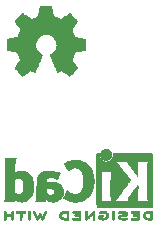
<source format=gbr>
%TF.GenerationSoftware,KiCad,Pcbnew,5.1.6-c6e7f7d~87~ubuntu18.04.1*%
%TF.CreationDate,2020-09-16T17:40:28-07:00*%
%TF.ProjectId,feather-power-supply-sw-smd,66656174-6865-4722-9d70-6f7765722d73,rev?*%
%TF.SameCoordinates,Original*%
%TF.FileFunction,Legend,Bot*%
%TF.FilePolarity,Positive*%
%FSLAX46Y46*%
G04 Gerber Fmt 4.6, Leading zero omitted, Abs format (unit mm)*
G04 Created by KiCad (PCBNEW 5.1.6-c6e7f7d~87~ubuntu18.04.1) date 2020-09-16 17:40:28*
%MOMM*%
%LPD*%
G01*
G04 APERTURE LIST*
%ADD10C,0.010000*%
G04 APERTURE END LIST*
D10*
%TO.C,REF\u002A\u002A*%
G36*
X132201177Y-87364533D02*
G01*
X132169798Y-87386776D01*
X132142089Y-87414485D01*
X132142089Y-87723920D01*
X132142162Y-87815799D01*
X132142505Y-87887840D01*
X132143308Y-87942780D01*
X132144759Y-87983360D01*
X132147048Y-88012317D01*
X132150364Y-88032391D01*
X132154895Y-88046321D01*
X132160831Y-88056845D01*
X132165486Y-88063100D01*
X132196217Y-88087673D01*
X132231504Y-88090341D01*
X132263755Y-88075271D01*
X132274412Y-88066374D01*
X132281536Y-88054557D01*
X132285833Y-88035526D01*
X132288009Y-88004992D01*
X132288772Y-87958662D01*
X132288845Y-87922871D01*
X132288845Y-87788045D01*
X132785556Y-87788045D01*
X132785556Y-87910700D01*
X132786069Y-87966787D01*
X132788124Y-88005333D01*
X132792492Y-88031361D01*
X132799944Y-88049897D01*
X132808953Y-88063100D01*
X132839856Y-88087604D01*
X132874804Y-88090506D01*
X132908262Y-88073089D01*
X132917396Y-88063959D01*
X132923848Y-88051855D01*
X132928103Y-88033001D01*
X132930648Y-88003620D01*
X132931971Y-87959937D01*
X132932557Y-87898175D01*
X132932625Y-87884000D01*
X132933109Y-87767631D01*
X132933359Y-87671727D01*
X132933277Y-87594177D01*
X132932769Y-87532869D01*
X132931738Y-87485690D01*
X132930087Y-87450530D01*
X132927721Y-87425276D01*
X132924543Y-87407817D01*
X132920456Y-87396041D01*
X132915366Y-87387835D01*
X132909734Y-87381645D01*
X132877872Y-87361844D01*
X132844643Y-87364533D01*
X132813265Y-87386776D01*
X132800567Y-87401126D01*
X132792474Y-87416978D01*
X132787958Y-87439554D01*
X132785994Y-87474078D01*
X132785556Y-87525776D01*
X132785556Y-87641289D01*
X132288845Y-87641289D01*
X132288845Y-87522756D01*
X132288338Y-87468148D01*
X132286302Y-87431275D01*
X132281965Y-87407307D01*
X132274553Y-87391415D01*
X132266267Y-87381645D01*
X132234406Y-87361844D01*
X132201177Y-87364533D01*
G37*
X132201177Y-87364533D02*
X132169798Y-87386776D01*
X132142089Y-87414485D01*
X132142089Y-87723920D01*
X132142162Y-87815799D01*
X132142505Y-87887840D01*
X132143308Y-87942780D01*
X132144759Y-87983360D01*
X132147048Y-88012317D01*
X132150364Y-88032391D01*
X132154895Y-88046321D01*
X132160831Y-88056845D01*
X132165486Y-88063100D01*
X132196217Y-88087673D01*
X132231504Y-88090341D01*
X132263755Y-88075271D01*
X132274412Y-88066374D01*
X132281536Y-88054557D01*
X132285833Y-88035526D01*
X132288009Y-88004992D01*
X132288772Y-87958662D01*
X132288845Y-87922871D01*
X132288845Y-87788045D01*
X132785556Y-87788045D01*
X132785556Y-87910700D01*
X132786069Y-87966787D01*
X132788124Y-88005333D01*
X132792492Y-88031361D01*
X132799944Y-88049897D01*
X132808953Y-88063100D01*
X132839856Y-88087604D01*
X132874804Y-88090506D01*
X132908262Y-88073089D01*
X132917396Y-88063959D01*
X132923848Y-88051855D01*
X132928103Y-88033001D01*
X132930648Y-88003620D01*
X132931971Y-87959937D01*
X132932557Y-87898175D01*
X132932625Y-87884000D01*
X132933109Y-87767631D01*
X132933359Y-87671727D01*
X132933277Y-87594177D01*
X132932769Y-87532869D01*
X132931738Y-87485690D01*
X132930087Y-87450530D01*
X132927721Y-87425276D01*
X132924543Y-87407817D01*
X132920456Y-87396041D01*
X132915366Y-87387835D01*
X132909734Y-87381645D01*
X132877872Y-87361844D01*
X132844643Y-87364533D01*
X132813265Y-87386776D01*
X132800567Y-87401126D01*
X132792474Y-87416978D01*
X132787958Y-87439554D01*
X132785994Y-87474078D01*
X132785556Y-87525776D01*
X132785556Y-87641289D01*
X132288845Y-87641289D01*
X132288845Y-87522756D01*
X132288338Y-87468148D01*
X132286302Y-87431275D01*
X132281965Y-87407307D01*
X132274553Y-87391415D01*
X132266267Y-87381645D01*
X132234406Y-87361844D01*
X132201177Y-87364533D01*
G36*
X133466935Y-87359163D02*
G01*
X133388228Y-87359542D01*
X133327137Y-87360333D01*
X133281183Y-87361670D01*
X133247886Y-87363683D01*
X133224764Y-87366506D01*
X133209338Y-87370269D01*
X133199129Y-87375105D01*
X133194187Y-87378822D01*
X133168543Y-87411358D01*
X133165441Y-87445138D01*
X133181289Y-87475826D01*
X133191652Y-87488089D01*
X133202804Y-87496450D01*
X133218965Y-87501657D01*
X133244358Y-87504457D01*
X133283202Y-87505596D01*
X133339720Y-87505821D01*
X133350820Y-87505822D01*
X133496756Y-87505822D01*
X133496756Y-87776756D01*
X133496852Y-87862154D01*
X133497289Y-87927864D01*
X133498288Y-87976774D01*
X133500072Y-88011773D01*
X133502863Y-88035749D01*
X133506883Y-88051593D01*
X133512355Y-88062191D01*
X133519334Y-88070267D01*
X133552266Y-88090112D01*
X133586646Y-88088548D01*
X133617824Y-88065906D01*
X133620114Y-88063100D01*
X133627571Y-88052492D01*
X133633253Y-88040081D01*
X133637399Y-88022850D01*
X133640250Y-87997784D01*
X133642046Y-87961867D01*
X133643028Y-87912083D01*
X133643436Y-87845417D01*
X133643511Y-87769589D01*
X133643511Y-87505822D01*
X133782873Y-87505822D01*
X133842678Y-87505418D01*
X133884082Y-87503840D01*
X133911252Y-87500547D01*
X133928354Y-87494992D01*
X133939557Y-87486631D01*
X133940917Y-87485178D01*
X133957275Y-87451939D01*
X133955828Y-87414362D01*
X133937022Y-87381645D01*
X133929750Y-87375298D01*
X133920373Y-87370266D01*
X133906391Y-87366396D01*
X133885304Y-87363537D01*
X133854611Y-87361535D01*
X133811811Y-87360239D01*
X133754405Y-87359498D01*
X133679890Y-87359158D01*
X133585767Y-87359068D01*
X133565740Y-87359067D01*
X133466935Y-87359163D01*
G37*
X133466935Y-87359163D02*
X133388228Y-87359542D01*
X133327137Y-87360333D01*
X133281183Y-87361670D01*
X133247886Y-87363683D01*
X133224764Y-87366506D01*
X133209338Y-87370269D01*
X133199129Y-87375105D01*
X133194187Y-87378822D01*
X133168543Y-87411358D01*
X133165441Y-87445138D01*
X133181289Y-87475826D01*
X133191652Y-87488089D01*
X133202804Y-87496450D01*
X133218965Y-87501657D01*
X133244358Y-87504457D01*
X133283202Y-87505596D01*
X133339720Y-87505821D01*
X133350820Y-87505822D01*
X133496756Y-87505822D01*
X133496756Y-87776756D01*
X133496852Y-87862154D01*
X133497289Y-87927864D01*
X133498288Y-87976774D01*
X133500072Y-88011773D01*
X133502863Y-88035749D01*
X133506883Y-88051593D01*
X133512355Y-88062191D01*
X133519334Y-88070267D01*
X133552266Y-88090112D01*
X133586646Y-88088548D01*
X133617824Y-88065906D01*
X133620114Y-88063100D01*
X133627571Y-88052492D01*
X133633253Y-88040081D01*
X133637399Y-88022850D01*
X133640250Y-87997784D01*
X133642046Y-87961867D01*
X133643028Y-87912083D01*
X133643436Y-87845417D01*
X133643511Y-87769589D01*
X133643511Y-87505822D01*
X133782873Y-87505822D01*
X133842678Y-87505418D01*
X133884082Y-87503840D01*
X133911252Y-87500547D01*
X133928354Y-87494992D01*
X133939557Y-87486631D01*
X133940917Y-87485178D01*
X133957275Y-87451939D01*
X133955828Y-87414362D01*
X133937022Y-87381645D01*
X133929750Y-87375298D01*
X133920373Y-87370266D01*
X133906391Y-87366396D01*
X133885304Y-87363537D01*
X133854611Y-87361535D01*
X133811811Y-87360239D01*
X133754405Y-87359498D01*
X133679890Y-87359158D01*
X133585767Y-87359068D01*
X133565740Y-87359067D01*
X133466935Y-87359163D01*
G36*
X134241386Y-87365877D02*
G01*
X134217673Y-87380647D01*
X134191022Y-87402227D01*
X134191022Y-87723773D01*
X134191107Y-87817830D01*
X134191471Y-87891932D01*
X134192276Y-87948704D01*
X134193687Y-87990768D01*
X134195867Y-88020748D01*
X134198979Y-88041267D01*
X134203186Y-88054949D01*
X134208652Y-88064416D01*
X134212528Y-88069082D01*
X134243966Y-88089575D01*
X134279767Y-88088739D01*
X134311127Y-88071264D01*
X134337778Y-88049684D01*
X134337778Y-87402227D01*
X134311127Y-87380647D01*
X134285406Y-87364949D01*
X134264400Y-87359067D01*
X134241386Y-87365877D01*
G37*
X134241386Y-87365877D02*
X134217673Y-87380647D01*
X134191022Y-87402227D01*
X134191022Y-87723773D01*
X134191107Y-87817830D01*
X134191471Y-87891932D01*
X134192276Y-87948704D01*
X134193687Y-87990768D01*
X134195867Y-88020748D01*
X134198979Y-88041267D01*
X134203186Y-88054949D01*
X134208652Y-88064416D01*
X134212528Y-88069082D01*
X134243966Y-88089575D01*
X134279767Y-88088739D01*
X134311127Y-88071264D01*
X134337778Y-88049684D01*
X134337778Y-87402227D01*
X134311127Y-87380647D01*
X134285406Y-87364949D01*
X134264400Y-87359067D01*
X134241386Y-87365877D01*
G36*
X134685335Y-87361034D02*
G01*
X134665745Y-87368035D01*
X134664990Y-87368377D01*
X134638387Y-87388678D01*
X134623730Y-87409561D01*
X134620862Y-87419352D01*
X134621004Y-87432361D01*
X134625039Y-87450895D01*
X134633854Y-87477257D01*
X134648331Y-87513752D01*
X134669355Y-87562687D01*
X134697812Y-87626365D01*
X134734585Y-87707093D01*
X134754825Y-87751216D01*
X134791375Y-87829985D01*
X134825685Y-87902423D01*
X134856448Y-87965880D01*
X134882352Y-88017708D01*
X134902090Y-88055259D01*
X134914350Y-88075884D01*
X134916776Y-88078733D01*
X134947817Y-88091302D01*
X134982879Y-88089619D01*
X135011000Y-88074332D01*
X135012146Y-88073089D01*
X135023332Y-88056154D01*
X135042096Y-88023170D01*
X135066125Y-87978380D01*
X135093103Y-87926032D01*
X135102799Y-87906742D01*
X135175986Y-87760150D01*
X135255760Y-87919393D01*
X135284233Y-87974415D01*
X135310650Y-88022132D01*
X135332852Y-88058893D01*
X135348681Y-88081044D01*
X135354046Y-88085741D01*
X135395743Y-88092102D01*
X135430151Y-88078733D01*
X135440272Y-88064446D01*
X135457786Y-88032692D01*
X135481265Y-87986597D01*
X135509280Y-87929285D01*
X135540401Y-87863880D01*
X135573201Y-87793507D01*
X135606250Y-87721291D01*
X135638119Y-87650355D01*
X135667381Y-87583825D01*
X135692605Y-87524826D01*
X135712364Y-87476481D01*
X135725228Y-87441915D01*
X135729769Y-87424253D01*
X135729723Y-87423613D01*
X135718674Y-87401388D01*
X135696590Y-87378753D01*
X135695290Y-87377768D01*
X135668147Y-87362425D01*
X135643042Y-87362574D01*
X135633632Y-87365466D01*
X135622166Y-87371718D01*
X135609990Y-87384014D01*
X135595643Y-87404908D01*
X135577664Y-87436949D01*
X135554593Y-87482688D01*
X135524970Y-87544677D01*
X135498255Y-87601898D01*
X135467520Y-87668226D01*
X135439979Y-87727874D01*
X135417062Y-87777725D01*
X135400202Y-87814664D01*
X135390827Y-87835573D01*
X135389460Y-87838845D01*
X135383311Y-87833497D01*
X135369178Y-87811109D01*
X135348943Y-87774946D01*
X135324485Y-87728277D01*
X135314752Y-87709022D01*
X135281783Y-87644004D01*
X135256357Y-87596654D01*
X135236388Y-87564219D01*
X135219790Y-87543946D01*
X135204476Y-87533082D01*
X135188360Y-87528875D01*
X135177857Y-87528400D01*
X135159330Y-87530042D01*
X135143096Y-87536831D01*
X135126965Y-87551566D01*
X135108749Y-87577044D01*
X135086261Y-87616061D01*
X135057311Y-87671414D01*
X135041338Y-87702903D01*
X135015430Y-87753087D01*
X134992833Y-87794704D01*
X134975542Y-87824242D01*
X134965550Y-87838189D01*
X134964191Y-87838770D01*
X134957739Y-87827793D01*
X134943292Y-87799290D01*
X134922297Y-87756244D01*
X134896203Y-87701638D01*
X134866454Y-87638454D01*
X134851820Y-87607071D01*
X134813750Y-87526078D01*
X134783095Y-87463756D01*
X134758263Y-87418071D01*
X134737663Y-87386989D01*
X134719702Y-87368478D01*
X134702790Y-87360504D01*
X134685335Y-87361034D01*
G37*
X134685335Y-87361034D02*
X134665745Y-87368035D01*
X134664990Y-87368377D01*
X134638387Y-87388678D01*
X134623730Y-87409561D01*
X134620862Y-87419352D01*
X134621004Y-87432361D01*
X134625039Y-87450895D01*
X134633854Y-87477257D01*
X134648331Y-87513752D01*
X134669355Y-87562687D01*
X134697812Y-87626365D01*
X134734585Y-87707093D01*
X134754825Y-87751216D01*
X134791375Y-87829985D01*
X134825685Y-87902423D01*
X134856448Y-87965880D01*
X134882352Y-88017708D01*
X134902090Y-88055259D01*
X134914350Y-88075884D01*
X134916776Y-88078733D01*
X134947817Y-88091302D01*
X134982879Y-88089619D01*
X135011000Y-88074332D01*
X135012146Y-88073089D01*
X135023332Y-88056154D01*
X135042096Y-88023170D01*
X135066125Y-87978380D01*
X135093103Y-87926032D01*
X135102799Y-87906742D01*
X135175986Y-87760150D01*
X135255760Y-87919393D01*
X135284233Y-87974415D01*
X135310650Y-88022132D01*
X135332852Y-88058893D01*
X135348681Y-88081044D01*
X135354046Y-88085741D01*
X135395743Y-88092102D01*
X135430151Y-88078733D01*
X135440272Y-88064446D01*
X135457786Y-88032692D01*
X135481265Y-87986597D01*
X135509280Y-87929285D01*
X135540401Y-87863880D01*
X135573201Y-87793507D01*
X135606250Y-87721291D01*
X135638119Y-87650355D01*
X135667381Y-87583825D01*
X135692605Y-87524826D01*
X135712364Y-87476481D01*
X135725228Y-87441915D01*
X135729769Y-87424253D01*
X135729723Y-87423613D01*
X135718674Y-87401388D01*
X135696590Y-87378753D01*
X135695290Y-87377768D01*
X135668147Y-87362425D01*
X135643042Y-87362574D01*
X135633632Y-87365466D01*
X135622166Y-87371718D01*
X135609990Y-87384014D01*
X135595643Y-87404908D01*
X135577664Y-87436949D01*
X135554593Y-87482688D01*
X135524970Y-87544677D01*
X135498255Y-87601898D01*
X135467520Y-87668226D01*
X135439979Y-87727874D01*
X135417062Y-87777725D01*
X135400202Y-87814664D01*
X135390827Y-87835573D01*
X135389460Y-87838845D01*
X135383311Y-87833497D01*
X135369178Y-87811109D01*
X135348943Y-87774946D01*
X135324485Y-87728277D01*
X135314752Y-87709022D01*
X135281783Y-87644004D01*
X135256357Y-87596654D01*
X135236388Y-87564219D01*
X135219790Y-87543946D01*
X135204476Y-87533082D01*
X135188360Y-87528875D01*
X135177857Y-87528400D01*
X135159330Y-87530042D01*
X135143096Y-87536831D01*
X135126965Y-87551566D01*
X135108749Y-87577044D01*
X135086261Y-87616061D01*
X135057311Y-87671414D01*
X135041338Y-87702903D01*
X135015430Y-87753087D01*
X134992833Y-87794704D01*
X134975542Y-87824242D01*
X134965550Y-87838189D01*
X134964191Y-87838770D01*
X134957739Y-87827793D01*
X134943292Y-87799290D01*
X134922297Y-87756244D01*
X134896203Y-87701638D01*
X134866454Y-87638454D01*
X134851820Y-87607071D01*
X134813750Y-87526078D01*
X134783095Y-87463756D01*
X134758263Y-87418071D01*
X134737663Y-87386989D01*
X134719702Y-87368478D01*
X134702790Y-87360504D01*
X134685335Y-87361034D01*
G36*
X137411691Y-87359275D02*
G01*
X137282712Y-87363636D01*
X137173009Y-87376861D01*
X137080774Y-87399741D01*
X137004198Y-87433070D01*
X136941473Y-87477638D01*
X136890788Y-87534236D01*
X136850337Y-87603658D01*
X136849541Y-87605351D01*
X136825399Y-87667483D01*
X136816797Y-87722509D01*
X136823769Y-87777887D01*
X136846346Y-87841073D01*
X136850628Y-87850689D01*
X136879828Y-87906966D01*
X136912644Y-87950451D01*
X136954998Y-87987417D01*
X137012810Y-88024135D01*
X137016169Y-88026052D01*
X137066496Y-88050227D01*
X137123379Y-88068282D01*
X137190473Y-88080839D01*
X137271435Y-88088522D01*
X137369918Y-88091953D01*
X137404714Y-88092251D01*
X137570406Y-88092845D01*
X137593803Y-88063100D01*
X137600743Y-88053319D01*
X137606158Y-88041897D01*
X137610235Y-88026095D01*
X137613163Y-88003175D01*
X137615133Y-87970396D01*
X137615775Y-87946089D01*
X137459156Y-87946089D01*
X137365274Y-87946089D01*
X137310336Y-87944483D01*
X137253940Y-87940255D01*
X137207655Y-87934292D01*
X137204861Y-87933790D01*
X137122652Y-87911736D01*
X137058886Y-87878600D01*
X137011548Y-87832847D01*
X136978618Y-87772939D01*
X136972892Y-87757061D01*
X136967279Y-87732333D01*
X136969709Y-87707902D01*
X136981533Y-87675400D01*
X136988660Y-87659434D01*
X137012000Y-87617006D01*
X137040120Y-87587240D01*
X137071060Y-87566511D01*
X137133034Y-87539537D01*
X137212349Y-87519998D01*
X137304747Y-87508746D01*
X137371667Y-87506270D01*
X137459156Y-87505822D01*
X137459156Y-87946089D01*
X137615775Y-87946089D01*
X137616332Y-87925021D01*
X137616950Y-87864311D01*
X137617175Y-87785526D01*
X137617200Y-87723920D01*
X137617200Y-87414485D01*
X137589491Y-87386776D01*
X137577194Y-87375544D01*
X137563897Y-87367853D01*
X137545328Y-87363040D01*
X137517214Y-87360446D01*
X137475283Y-87359410D01*
X137415263Y-87359270D01*
X137411691Y-87359275D01*
G37*
X137411691Y-87359275D02*
X137282712Y-87363636D01*
X137173009Y-87376861D01*
X137080774Y-87399741D01*
X137004198Y-87433070D01*
X136941473Y-87477638D01*
X136890788Y-87534236D01*
X136850337Y-87603658D01*
X136849541Y-87605351D01*
X136825399Y-87667483D01*
X136816797Y-87722509D01*
X136823769Y-87777887D01*
X136846346Y-87841073D01*
X136850628Y-87850689D01*
X136879828Y-87906966D01*
X136912644Y-87950451D01*
X136954998Y-87987417D01*
X137012810Y-88024135D01*
X137016169Y-88026052D01*
X137066496Y-88050227D01*
X137123379Y-88068282D01*
X137190473Y-88080839D01*
X137271435Y-88088522D01*
X137369918Y-88091953D01*
X137404714Y-88092251D01*
X137570406Y-88092845D01*
X137593803Y-88063100D01*
X137600743Y-88053319D01*
X137606158Y-88041897D01*
X137610235Y-88026095D01*
X137613163Y-88003175D01*
X137615133Y-87970396D01*
X137615775Y-87946089D01*
X137459156Y-87946089D01*
X137365274Y-87946089D01*
X137310336Y-87944483D01*
X137253940Y-87940255D01*
X137207655Y-87934292D01*
X137204861Y-87933790D01*
X137122652Y-87911736D01*
X137058886Y-87878600D01*
X137011548Y-87832847D01*
X136978618Y-87772939D01*
X136972892Y-87757061D01*
X136967279Y-87732333D01*
X136969709Y-87707902D01*
X136981533Y-87675400D01*
X136988660Y-87659434D01*
X137012000Y-87617006D01*
X137040120Y-87587240D01*
X137071060Y-87566511D01*
X137133034Y-87539537D01*
X137212349Y-87519998D01*
X137304747Y-87508746D01*
X137371667Y-87506270D01*
X137459156Y-87505822D01*
X137459156Y-87946089D01*
X137615775Y-87946089D01*
X137616332Y-87925021D01*
X137616950Y-87864311D01*
X137617175Y-87785526D01*
X137617200Y-87723920D01*
X137617200Y-87414485D01*
X137589491Y-87386776D01*
X137577194Y-87375544D01*
X137563897Y-87367853D01*
X137545328Y-87363040D01*
X137517214Y-87360446D01*
X137475283Y-87359410D01*
X137415263Y-87359270D01*
X137411691Y-87359275D01*
G36*
X138199657Y-87359260D02*
G01*
X138123299Y-87360174D01*
X138064783Y-87362311D01*
X138021745Y-87366175D01*
X137991817Y-87372267D01*
X137972632Y-87381090D01*
X137961824Y-87393146D01*
X137957027Y-87408939D01*
X137955873Y-87428970D01*
X137955867Y-87431335D01*
X137956869Y-87453992D01*
X137961604Y-87471503D01*
X137972667Y-87484574D01*
X137992652Y-87493913D01*
X138024154Y-87500227D01*
X138069768Y-87504222D01*
X138132087Y-87506606D01*
X138213707Y-87508086D01*
X138238723Y-87508414D01*
X138480800Y-87511467D01*
X138484186Y-87576378D01*
X138487571Y-87641289D01*
X138319424Y-87641289D01*
X138253734Y-87641531D01*
X138206828Y-87642556D01*
X138174917Y-87644811D01*
X138154209Y-87648742D01*
X138140916Y-87654798D01*
X138131245Y-87663424D01*
X138131183Y-87663493D01*
X138113644Y-87697112D01*
X138114278Y-87733448D01*
X138132686Y-87764423D01*
X138136329Y-87767607D01*
X138149259Y-87775812D01*
X138166976Y-87781521D01*
X138193430Y-87785162D01*
X138232568Y-87787167D01*
X138288338Y-87787964D01*
X138324006Y-87788045D01*
X138486445Y-87788045D01*
X138486445Y-87946089D01*
X138239839Y-87946089D01*
X138158420Y-87946231D01*
X138096590Y-87946814D01*
X138051363Y-87948068D01*
X138019752Y-87950227D01*
X137998769Y-87953523D01*
X137985427Y-87958189D01*
X137976739Y-87964457D01*
X137974550Y-87966733D01*
X137958386Y-87998280D01*
X137957203Y-88034168D01*
X137970464Y-88065285D01*
X137980957Y-88075271D01*
X137991871Y-88080769D01*
X138008783Y-88085022D01*
X138034367Y-88088180D01*
X138071299Y-88090392D01*
X138122254Y-88091806D01*
X138189906Y-88092572D01*
X138276931Y-88092838D01*
X138296606Y-88092845D01*
X138385089Y-88092787D01*
X138453773Y-88092467D01*
X138505436Y-88091667D01*
X138542855Y-88090167D01*
X138568810Y-88087749D01*
X138586078Y-88084194D01*
X138597438Y-88079282D01*
X138605668Y-88072795D01*
X138610183Y-88068138D01*
X138616979Y-88059889D01*
X138622288Y-88049669D01*
X138626294Y-88034800D01*
X138629179Y-88012602D01*
X138631126Y-87980393D01*
X138632319Y-87935496D01*
X138632939Y-87875228D01*
X138633171Y-87796911D01*
X138633200Y-87730994D01*
X138633129Y-87638628D01*
X138632792Y-87566117D01*
X138632002Y-87510737D01*
X138630574Y-87469765D01*
X138628321Y-87440478D01*
X138625057Y-87420153D01*
X138620596Y-87406066D01*
X138614752Y-87395495D01*
X138609803Y-87388811D01*
X138586406Y-87359067D01*
X138296226Y-87359067D01*
X138199657Y-87359260D01*
G37*
X138199657Y-87359260D02*
X138123299Y-87360174D01*
X138064783Y-87362311D01*
X138021745Y-87366175D01*
X137991817Y-87372267D01*
X137972632Y-87381090D01*
X137961824Y-87393146D01*
X137957027Y-87408939D01*
X137955873Y-87428970D01*
X137955867Y-87431335D01*
X137956869Y-87453992D01*
X137961604Y-87471503D01*
X137972667Y-87484574D01*
X137992652Y-87493913D01*
X138024154Y-87500227D01*
X138069768Y-87504222D01*
X138132087Y-87506606D01*
X138213707Y-87508086D01*
X138238723Y-87508414D01*
X138480800Y-87511467D01*
X138484186Y-87576378D01*
X138487571Y-87641289D01*
X138319424Y-87641289D01*
X138253734Y-87641531D01*
X138206828Y-87642556D01*
X138174917Y-87644811D01*
X138154209Y-87648742D01*
X138140916Y-87654798D01*
X138131245Y-87663424D01*
X138131183Y-87663493D01*
X138113644Y-87697112D01*
X138114278Y-87733448D01*
X138132686Y-87764423D01*
X138136329Y-87767607D01*
X138149259Y-87775812D01*
X138166976Y-87781521D01*
X138193430Y-87785162D01*
X138232568Y-87787167D01*
X138288338Y-87787964D01*
X138324006Y-87788045D01*
X138486445Y-87788045D01*
X138486445Y-87946089D01*
X138239839Y-87946089D01*
X138158420Y-87946231D01*
X138096590Y-87946814D01*
X138051363Y-87948068D01*
X138019752Y-87950227D01*
X137998769Y-87953523D01*
X137985427Y-87958189D01*
X137976739Y-87964457D01*
X137974550Y-87966733D01*
X137958386Y-87998280D01*
X137957203Y-88034168D01*
X137970464Y-88065285D01*
X137980957Y-88075271D01*
X137991871Y-88080769D01*
X138008783Y-88085022D01*
X138034367Y-88088180D01*
X138071299Y-88090392D01*
X138122254Y-88091806D01*
X138189906Y-88092572D01*
X138276931Y-88092838D01*
X138296606Y-88092845D01*
X138385089Y-88092787D01*
X138453773Y-88092467D01*
X138505436Y-88091667D01*
X138542855Y-88090167D01*
X138568810Y-88087749D01*
X138586078Y-88084194D01*
X138597438Y-88079282D01*
X138605668Y-88072795D01*
X138610183Y-88068138D01*
X138616979Y-88059889D01*
X138622288Y-88049669D01*
X138626294Y-88034800D01*
X138629179Y-88012602D01*
X138631126Y-87980393D01*
X138632319Y-87935496D01*
X138632939Y-87875228D01*
X138633171Y-87796911D01*
X138633200Y-87730994D01*
X138633129Y-87638628D01*
X138632792Y-87566117D01*
X138632002Y-87510737D01*
X138630574Y-87469765D01*
X138628321Y-87440478D01*
X138625057Y-87420153D01*
X138620596Y-87406066D01*
X138614752Y-87395495D01*
X138609803Y-87388811D01*
X138586406Y-87359067D01*
X138296226Y-87359067D01*
X138199657Y-87359260D01*
G36*
X139730114Y-87363448D02*
G01*
X139706548Y-87377273D01*
X139675735Y-87399881D01*
X139636078Y-87432338D01*
X139585980Y-87475708D01*
X139523843Y-87531058D01*
X139448072Y-87599451D01*
X139361334Y-87678084D01*
X139180711Y-87841878D01*
X139175067Y-87622029D01*
X139173029Y-87546351D01*
X139171063Y-87489994D01*
X139168734Y-87449706D01*
X139165606Y-87422235D01*
X139161245Y-87404329D01*
X139155216Y-87392737D01*
X139147084Y-87384208D01*
X139142772Y-87380623D01*
X139108241Y-87361670D01*
X139075383Y-87364441D01*
X139049318Y-87380633D01*
X139022667Y-87402199D01*
X139019352Y-87717151D01*
X139018435Y-87809779D01*
X139017968Y-87882544D01*
X139018113Y-87938161D01*
X139019032Y-87979342D01*
X139020887Y-88008803D01*
X139023839Y-88029255D01*
X139028050Y-88043413D01*
X139033682Y-88053991D01*
X139039927Y-88062474D01*
X139053439Y-88078207D01*
X139066883Y-88088636D01*
X139082124Y-88092639D01*
X139101026Y-88089094D01*
X139125455Y-88076879D01*
X139157273Y-88054871D01*
X139198348Y-88021949D01*
X139250542Y-87976991D01*
X139315722Y-87918875D01*
X139389556Y-87852099D01*
X139654845Y-87611458D01*
X139660489Y-87830589D01*
X139662531Y-87906128D01*
X139664502Y-87962354D01*
X139666839Y-88002524D01*
X139669981Y-88029896D01*
X139674364Y-88047728D01*
X139680424Y-88059279D01*
X139688600Y-88067807D01*
X139692784Y-88071282D01*
X139729765Y-88090372D01*
X139764708Y-88087493D01*
X139795136Y-88063100D01*
X139802097Y-88053286D01*
X139807523Y-88041826D01*
X139811603Y-88025968D01*
X139814529Y-88002963D01*
X139816492Y-87970062D01*
X139817683Y-87924516D01*
X139818292Y-87863573D01*
X139818511Y-87784486D01*
X139818534Y-87725956D01*
X139818460Y-87634407D01*
X139818113Y-87562687D01*
X139817301Y-87508045D01*
X139815833Y-87467732D01*
X139813519Y-87438998D01*
X139810167Y-87419093D01*
X139805588Y-87405268D01*
X139799589Y-87394772D01*
X139795136Y-87388811D01*
X139783850Y-87374691D01*
X139773301Y-87364029D01*
X139761893Y-87357892D01*
X139748030Y-87357343D01*
X139730114Y-87363448D01*
G37*
X139730114Y-87363448D02*
X139706548Y-87377273D01*
X139675735Y-87399881D01*
X139636078Y-87432338D01*
X139585980Y-87475708D01*
X139523843Y-87531058D01*
X139448072Y-87599451D01*
X139361334Y-87678084D01*
X139180711Y-87841878D01*
X139175067Y-87622029D01*
X139173029Y-87546351D01*
X139171063Y-87489994D01*
X139168734Y-87449706D01*
X139165606Y-87422235D01*
X139161245Y-87404329D01*
X139155216Y-87392737D01*
X139147084Y-87384208D01*
X139142772Y-87380623D01*
X139108241Y-87361670D01*
X139075383Y-87364441D01*
X139049318Y-87380633D01*
X139022667Y-87402199D01*
X139019352Y-87717151D01*
X139018435Y-87809779D01*
X139017968Y-87882544D01*
X139018113Y-87938161D01*
X139019032Y-87979342D01*
X139020887Y-88008803D01*
X139023839Y-88029255D01*
X139028050Y-88043413D01*
X139033682Y-88053991D01*
X139039927Y-88062474D01*
X139053439Y-88078207D01*
X139066883Y-88088636D01*
X139082124Y-88092639D01*
X139101026Y-88089094D01*
X139125455Y-88076879D01*
X139157273Y-88054871D01*
X139198348Y-88021949D01*
X139250542Y-87976991D01*
X139315722Y-87918875D01*
X139389556Y-87852099D01*
X139654845Y-87611458D01*
X139660489Y-87830589D01*
X139662531Y-87906128D01*
X139664502Y-87962354D01*
X139666839Y-88002524D01*
X139669981Y-88029896D01*
X139674364Y-88047728D01*
X139680424Y-88059279D01*
X139688600Y-88067807D01*
X139692784Y-88071282D01*
X139729765Y-88090372D01*
X139764708Y-88087493D01*
X139795136Y-88063100D01*
X139802097Y-88053286D01*
X139807523Y-88041826D01*
X139811603Y-88025968D01*
X139814529Y-88002963D01*
X139816492Y-87970062D01*
X139817683Y-87924516D01*
X139818292Y-87863573D01*
X139818511Y-87784486D01*
X139818534Y-87725956D01*
X139818460Y-87634407D01*
X139818113Y-87562687D01*
X139817301Y-87508045D01*
X139815833Y-87467732D01*
X139813519Y-87438998D01*
X139810167Y-87419093D01*
X139805588Y-87405268D01*
X139799589Y-87394772D01*
X139795136Y-87388811D01*
X139783850Y-87374691D01*
X139773301Y-87364029D01*
X139761893Y-87357892D01*
X139748030Y-87357343D01*
X139730114Y-87363448D01*
G36*
X140380081Y-87364599D02*
G01*
X140311565Y-87376095D01*
X140258943Y-87393967D01*
X140224708Y-87417499D01*
X140215379Y-87430924D01*
X140205893Y-87462148D01*
X140212277Y-87490395D01*
X140232430Y-87517182D01*
X140263745Y-87529713D01*
X140309183Y-87528696D01*
X140344326Y-87521906D01*
X140422419Y-87508971D01*
X140502226Y-87507742D01*
X140591555Y-87518241D01*
X140616229Y-87522690D01*
X140699291Y-87546108D01*
X140764273Y-87580945D01*
X140810461Y-87626604D01*
X140837145Y-87682494D01*
X140842663Y-87711388D01*
X140839051Y-87770012D01*
X140815729Y-87821879D01*
X140774824Y-87865978D01*
X140718459Y-87901299D01*
X140648760Y-87926829D01*
X140567852Y-87941559D01*
X140477860Y-87944478D01*
X140380910Y-87934575D01*
X140375436Y-87933641D01*
X140336875Y-87926459D01*
X140315494Y-87919521D01*
X140306227Y-87909227D01*
X140304006Y-87891976D01*
X140303956Y-87882841D01*
X140303956Y-87844489D01*
X140372431Y-87844489D01*
X140432900Y-87840347D01*
X140474165Y-87827147D01*
X140498175Y-87803730D01*
X140506877Y-87768936D01*
X140506983Y-87764394D01*
X140501892Y-87734654D01*
X140484433Y-87713419D01*
X140451939Y-87699366D01*
X140401743Y-87691173D01*
X140353123Y-87688161D01*
X140282456Y-87686433D01*
X140231198Y-87689070D01*
X140196239Y-87698800D01*
X140174470Y-87718353D01*
X140162780Y-87750456D01*
X140158060Y-87797838D01*
X140157200Y-87860071D01*
X140158609Y-87929535D01*
X140162848Y-87976786D01*
X140169936Y-88002012D01*
X140171311Y-88003988D01*
X140210228Y-88035508D01*
X140267286Y-88060470D01*
X140338869Y-88078340D01*
X140421358Y-88088586D01*
X140511139Y-88090673D01*
X140604592Y-88084068D01*
X140659556Y-88075956D01*
X140745766Y-88051554D01*
X140825892Y-88011662D01*
X140892977Y-87959887D01*
X140903173Y-87949539D01*
X140936302Y-87906035D01*
X140966194Y-87852118D01*
X140989357Y-87795592D01*
X141002298Y-87744259D01*
X141003858Y-87724544D01*
X140997218Y-87683419D01*
X140979568Y-87632252D01*
X140954297Y-87578394D01*
X140924789Y-87529195D01*
X140898719Y-87496334D01*
X140837765Y-87447452D01*
X140758969Y-87408545D01*
X140665157Y-87380494D01*
X140559150Y-87364179D01*
X140462000Y-87360192D01*
X140380081Y-87364599D01*
G37*
X140380081Y-87364599D02*
X140311565Y-87376095D01*
X140258943Y-87393967D01*
X140224708Y-87417499D01*
X140215379Y-87430924D01*
X140205893Y-87462148D01*
X140212277Y-87490395D01*
X140232430Y-87517182D01*
X140263745Y-87529713D01*
X140309183Y-87528696D01*
X140344326Y-87521906D01*
X140422419Y-87508971D01*
X140502226Y-87507742D01*
X140591555Y-87518241D01*
X140616229Y-87522690D01*
X140699291Y-87546108D01*
X140764273Y-87580945D01*
X140810461Y-87626604D01*
X140837145Y-87682494D01*
X140842663Y-87711388D01*
X140839051Y-87770012D01*
X140815729Y-87821879D01*
X140774824Y-87865978D01*
X140718459Y-87901299D01*
X140648760Y-87926829D01*
X140567852Y-87941559D01*
X140477860Y-87944478D01*
X140380910Y-87934575D01*
X140375436Y-87933641D01*
X140336875Y-87926459D01*
X140315494Y-87919521D01*
X140306227Y-87909227D01*
X140304006Y-87891976D01*
X140303956Y-87882841D01*
X140303956Y-87844489D01*
X140372431Y-87844489D01*
X140432900Y-87840347D01*
X140474165Y-87827147D01*
X140498175Y-87803730D01*
X140506877Y-87768936D01*
X140506983Y-87764394D01*
X140501892Y-87734654D01*
X140484433Y-87713419D01*
X140451939Y-87699366D01*
X140401743Y-87691173D01*
X140353123Y-87688161D01*
X140282456Y-87686433D01*
X140231198Y-87689070D01*
X140196239Y-87698800D01*
X140174470Y-87718353D01*
X140162780Y-87750456D01*
X140158060Y-87797838D01*
X140157200Y-87860071D01*
X140158609Y-87929535D01*
X140162848Y-87976786D01*
X140169936Y-88002012D01*
X140171311Y-88003988D01*
X140210228Y-88035508D01*
X140267286Y-88060470D01*
X140338869Y-88078340D01*
X140421358Y-88088586D01*
X140511139Y-88090673D01*
X140604592Y-88084068D01*
X140659556Y-88075956D01*
X140745766Y-88051554D01*
X140825892Y-88011662D01*
X140892977Y-87959887D01*
X140903173Y-87949539D01*
X140936302Y-87906035D01*
X140966194Y-87852118D01*
X140989357Y-87795592D01*
X141002298Y-87744259D01*
X141003858Y-87724544D01*
X140997218Y-87683419D01*
X140979568Y-87632252D01*
X140954297Y-87578394D01*
X140924789Y-87529195D01*
X140898719Y-87496334D01*
X140837765Y-87447452D01*
X140758969Y-87408545D01*
X140665157Y-87380494D01*
X140559150Y-87364179D01*
X140462000Y-87360192D01*
X140380081Y-87364599D01*
G36*
X141353822Y-87381645D02*
G01*
X141347242Y-87389218D01*
X141342079Y-87398987D01*
X141338164Y-87413571D01*
X141335324Y-87435585D01*
X141333387Y-87467648D01*
X141332183Y-87512375D01*
X141331539Y-87572385D01*
X141331284Y-87650294D01*
X141331245Y-87725956D01*
X141331314Y-87819802D01*
X141331638Y-87893689D01*
X141332386Y-87950232D01*
X141333732Y-87992049D01*
X141335846Y-88021757D01*
X141338900Y-88041973D01*
X141343066Y-88055314D01*
X141348516Y-88064398D01*
X141353822Y-88070267D01*
X141386826Y-88089947D01*
X141421991Y-88088181D01*
X141453455Y-88066717D01*
X141460684Y-88058337D01*
X141466334Y-88048614D01*
X141470599Y-88034861D01*
X141473673Y-88014389D01*
X141475752Y-87984512D01*
X141477030Y-87942541D01*
X141477701Y-87885789D01*
X141477959Y-87811567D01*
X141478000Y-87727537D01*
X141478000Y-87414485D01*
X141450291Y-87386776D01*
X141416137Y-87363463D01*
X141383006Y-87362623D01*
X141353822Y-87381645D01*
G37*
X141353822Y-87381645D02*
X141347242Y-87389218D01*
X141342079Y-87398987D01*
X141338164Y-87413571D01*
X141335324Y-87435585D01*
X141333387Y-87467648D01*
X141332183Y-87512375D01*
X141331539Y-87572385D01*
X141331284Y-87650294D01*
X141331245Y-87725956D01*
X141331314Y-87819802D01*
X141331638Y-87893689D01*
X141332386Y-87950232D01*
X141333732Y-87992049D01*
X141335846Y-88021757D01*
X141338900Y-88041973D01*
X141343066Y-88055314D01*
X141348516Y-88064398D01*
X141353822Y-88070267D01*
X141386826Y-88089947D01*
X141421991Y-88088181D01*
X141453455Y-88066717D01*
X141460684Y-88058337D01*
X141466334Y-88048614D01*
X141470599Y-88034861D01*
X141473673Y-88014389D01*
X141475752Y-87984512D01*
X141477030Y-87942541D01*
X141477701Y-87885789D01*
X141477959Y-87811567D01*
X141478000Y-87727537D01*
X141478000Y-87414485D01*
X141450291Y-87386776D01*
X141416137Y-87363463D01*
X141383006Y-87362623D01*
X141353822Y-87381645D01*
G36*
X142121703Y-87360351D02*
G01*
X142046888Y-87365581D01*
X141977306Y-87373750D01*
X141917002Y-87384550D01*
X141870020Y-87397673D01*
X141840406Y-87412813D01*
X141835860Y-87417269D01*
X141820054Y-87451850D01*
X141824847Y-87487351D01*
X141849364Y-87517725D01*
X141850534Y-87518596D01*
X141864954Y-87527954D01*
X141880008Y-87532876D01*
X141901005Y-87533473D01*
X141933257Y-87529861D01*
X141982073Y-87522154D01*
X141986000Y-87521505D01*
X142058739Y-87512569D01*
X142137217Y-87508161D01*
X142215927Y-87508119D01*
X142289361Y-87512279D01*
X142352011Y-87520479D01*
X142398370Y-87532557D01*
X142401416Y-87533771D01*
X142435048Y-87552615D01*
X142446864Y-87571685D01*
X142437614Y-87590439D01*
X142408047Y-87608337D01*
X142358911Y-87624837D01*
X142290957Y-87639396D01*
X142245645Y-87646406D01*
X142151456Y-87659889D01*
X142076544Y-87672214D01*
X142017717Y-87684449D01*
X141971785Y-87697661D01*
X141935555Y-87712917D01*
X141905838Y-87731285D01*
X141879442Y-87753831D01*
X141858230Y-87775971D01*
X141833065Y-87806819D01*
X141820681Y-87833345D01*
X141816808Y-87866026D01*
X141816667Y-87877995D01*
X141819576Y-87917712D01*
X141831202Y-87947259D01*
X141851323Y-87973486D01*
X141892216Y-88013576D01*
X141937817Y-88044149D01*
X141991513Y-88066203D01*
X142056692Y-88080735D01*
X142136744Y-88088741D01*
X142235057Y-88091218D01*
X142251289Y-88091177D01*
X142316849Y-88089818D01*
X142381866Y-88086730D01*
X142439252Y-88082356D01*
X142481922Y-88077140D01*
X142485372Y-88076541D01*
X142527796Y-88066491D01*
X142563780Y-88053796D01*
X142584150Y-88042190D01*
X142603107Y-88011572D01*
X142604427Y-87975918D01*
X142588085Y-87944144D01*
X142584429Y-87940551D01*
X142569315Y-87929876D01*
X142550415Y-87925276D01*
X142521162Y-87926059D01*
X142485651Y-87930127D01*
X142445970Y-87933762D01*
X142390345Y-87936828D01*
X142325406Y-87939053D01*
X142257785Y-87940164D01*
X142240000Y-87940237D01*
X142172128Y-87939964D01*
X142122454Y-87938646D01*
X142086610Y-87935827D01*
X142060224Y-87931050D01*
X142038926Y-87923857D01*
X142026126Y-87917867D01*
X141998000Y-87901233D01*
X141980068Y-87886168D01*
X141977447Y-87881897D01*
X141982976Y-87864263D01*
X142009260Y-87847192D01*
X142054478Y-87831458D01*
X142116808Y-87817838D01*
X142135171Y-87814804D01*
X142231090Y-87799738D01*
X142307641Y-87787146D01*
X142367780Y-87776111D01*
X142414460Y-87765720D01*
X142450637Y-87755056D01*
X142479265Y-87743205D01*
X142503298Y-87729251D01*
X142525692Y-87712281D01*
X142549402Y-87691378D01*
X142557380Y-87684049D01*
X142585353Y-87656699D01*
X142600160Y-87635029D01*
X142605952Y-87610232D01*
X142606889Y-87578983D01*
X142596575Y-87517705D01*
X142565752Y-87465640D01*
X142514595Y-87422958D01*
X142443283Y-87389825D01*
X142392400Y-87374964D01*
X142337100Y-87365366D01*
X142270853Y-87359936D01*
X142197706Y-87358367D01*
X142121703Y-87360351D01*
G37*
X142121703Y-87360351D02*
X142046888Y-87365581D01*
X141977306Y-87373750D01*
X141917002Y-87384550D01*
X141870020Y-87397673D01*
X141840406Y-87412813D01*
X141835860Y-87417269D01*
X141820054Y-87451850D01*
X141824847Y-87487351D01*
X141849364Y-87517725D01*
X141850534Y-87518596D01*
X141864954Y-87527954D01*
X141880008Y-87532876D01*
X141901005Y-87533473D01*
X141933257Y-87529861D01*
X141982073Y-87522154D01*
X141986000Y-87521505D01*
X142058739Y-87512569D01*
X142137217Y-87508161D01*
X142215927Y-87508119D01*
X142289361Y-87512279D01*
X142352011Y-87520479D01*
X142398370Y-87532557D01*
X142401416Y-87533771D01*
X142435048Y-87552615D01*
X142446864Y-87571685D01*
X142437614Y-87590439D01*
X142408047Y-87608337D01*
X142358911Y-87624837D01*
X142290957Y-87639396D01*
X142245645Y-87646406D01*
X142151456Y-87659889D01*
X142076544Y-87672214D01*
X142017717Y-87684449D01*
X141971785Y-87697661D01*
X141935555Y-87712917D01*
X141905838Y-87731285D01*
X141879442Y-87753831D01*
X141858230Y-87775971D01*
X141833065Y-87806819D01*
X141820681Y-87833345D01*
X141816808Y-87866026D01*
X141816667Y-87877995D01*
X141819576Y-87917712D01*
X141831202Y-87947259D01*
X141851323Y-87973486D01*
X141892216Y-88013576D01*
X141937817Y-88044149D01*
X141991513Y-88066203D01*
X142056692Y-88080735D01*
X142136744Y-88088741D01*
X142235057Y-88091218D01*
X142251289Y-88091177D01*
X142316849Y-88089818D01*
X142381866Y-88086730D01*
X142439252Y-88082356D01*
X142481922Y-88077140D01*
X142485372Y-88076541D01*
X142527796Y-88066491D01*
X142563780Y-88053796D01*
X142584150Y-88042190D01*
X142603107Y-88011572D01*
X142604427Y-87975918D01*
X142588085Y-87944144D01*
X142584429Y-87940551D01*
X142569315Y-87929876D01*
X142550415Y-87925276D01*
X142521162Y-87926059D01*
X142485651Y-87930127D01*
X142445970Y-87933762D01*
X142390345Y-87936828D01*
X142325406Y-87939053D01*
X142257785Y-87940164D01*
X142240000Y-87940237D01*
X142172128Y-87939964D01*
X142122454Y-87938646D01*
X142086610Y-87935827D01*
X142060224Y-87931050D01*
X142038926Y-87923857D01*
X142026126Y-87917867D01*
X141998000Y-87901233D01*
X141980068Y-87886168D01*
X141977447Y-87881897D01*
X141982976Y-87864263D01*
X142009260Y-87847192D01*
X142054478Y-87831458D01*
X142116808Y-87817838D01*
X142135171Y-87814804D01*
X142231090Y-87799738D01*
X142307641Y-87787146D01*
X142367780Y-87776111D01*
X142414460Y-87765720D01*
X142450637Y-87755056D01*
X142479265Y-87743205D01*
X142503298Y-87729251D01*
X142525692Y-87712281D01*
X142549402Y-87691378D01*
X142557380Y-87684049D01*
X142585353Y-87656699D01*
X142600160Y-87635029D01*
X142605952Y-87610232D01*
X142606889Y-87578983D01*
X142596575Y-87517705D01*
X142565752Y-87465640D01*
X142514595Y-87422958D01*
X142443283Y-87389825D01*
X142392400Y-87374964D01*
X142337100Y-87365366D01*
X142270853Y-87359936D01*
X142197706Y-87358367D01*
X142121703Y-87360351D01*
G36*
X143142794Y-87359146D02*
G01*
X143073386Y-87359518D01*
X143020997Y-87360385D01*
X142982847Y-87361946D01*
X142956159Y-87364403D01*
X142938153Y-87367957D01*
X142926049Y-87372810D01*
X142917069Y-87379161D01*
X142913818Y-87382084D01*
X142894043Y-87413142D01*
X142890482Y-87448828D01*
X142903491Y-87480510D01*
X142909506Y-87486913D01*
X142919235Y-87493121D01*
X142934901Y-87497910D01*
X142959408Y-87501514D01*
X142995661Y-87504164D01*
X143046565Y-87506095D01*
X143115026Y-87507539D01*
X143177617Y-87508418D01*
X143425334Y-87511467D01*
X143428719Y-87576378D01*
X143432105Y-87641289D01*
X143263958Y-87641289D01*
X143190959Y-87641919D01*
X143137517Y-87644553D01*
X143100628Y-87650309D01*
X143077288Y-87660304D01*
X143064494Y-87675656D01*
X143059242Y-87697482D01*
X143058445Y-87717738D01*
X143060923Y-87742592D01*
X143070277Y-87760906D01*
X143089383Y-87773637D01*
X143121118Y-87781741D01*
X143168359Y-87786176D01*
X143233983Y-87787899D01*
X143269801Y-87788045D01*
X143430978Y-87788045D01*
X143430978Y-87946089D01*
X143182622Y-87946089D01*
X143101213Y-87946202D01*
X143039342Y-87946712D01*
X142993968Y-87947870D01*
X142962054Y-87949930D01*
X142940559Y-87953146D01*
X142926443Y-87957772D01*
X142916668Y-87964059D01*
X142911689Y-87968667D01*
X142894610Y-87995560D01*
X142889111Y-88019467D01*
X142896963Y-88048667D01*
X142911689Y-88070267D01*
X142919546Y-88077066D01*
X142929688Y-88082346D01*
X142944844Y-88086298D01*
X142967741Y-88089113D01*
X143001109Y-88090982D01*
X143047675Y-88092098D01*
X143110167Y-88092651D01*
X143191314Y-88092833D01*
X143233422Y-88092845D01*
X143323598Y-88092765D01*
X143393924Y-88092398D01*
X143447129Y-88091552D01*
X143485940Y-88090036D01*
X143513087Y-88087659D01*
X143531298Y-88084229D01*
X143543300Y-88079554D01*
X143551822Y-88073444D01*
X143555156Y-88070267D01*
X143561755Y-88062670D01*
X143566927Y-88052870D01*
X143570846Y-88038239D01*
X143573684Y-88016152D01*
X143575615Y-87983982D01*
X143576812Y-87939103D01*
X143577448Y-87878889D01*
X143577697Y-87800713D01*
X143577734Y-87727923D01*
X143577700Y-87634707D01*
X143577465Y-87561431D01*
X143576830Y-87505458D01*
X143575594Y-87464151D01*
X143573556Y-87434872D01*
X143570517Y-87414984D01*
X143566277Y-87401850D01*
X143560635Y-87392832D01*
X143553391Y-87385293D01*
X143551606Y-87383612D01*
X143542945Y-87376172D01*
X143532882Y-87370409D01*
X143518625Y-87366112D01*
X143497383Y-87363064D01*
X143466364Y-87361051D01*
X143422777Y-87359860D01*
X143363831Y-87359275D01*
X143286734Y-87359083D01*
X143232001Y-87359067D01*
X143142794Y-87359146D01*
G37*
X143142794Y-87359146D02*
X143073386Y-87359518D01*
X143020997Y-87360385D01*
X142982847Y-87361946D01*
X142956159Y-87364403D01*
X142938153Y-87367957D01*
X142926049Y-87372810D01*
X142917069Y-87379161D01*
X142913818Y-87382084D01*
X142894043Y-87413142D01*
X142890482Y-87448828D01*
X142903491Y-87480510D01*
X142909506Y-87486913D01*
X142919235Y-87493121D01*
X142934901Y-87497910D01*
X142959408Y-87501514D01*
X142995661Y-87504164D01*
X143046565Y-87506095D01*
X143115026Y-87507539D01*
X143177617Y-87508418D01*
X143425334Y-87511467D01*
X143428719Y-87576378D01*
X143432105Y-87641289D01*
X143263958Y-87641289D01*
X143190959Y-87641919D01*
X143137517Y-87644553D01*
X143100628Y-87650309D01*
X143077288Y-87660304D01*
X143064494Y-87675656D01*
X143059242Y-87697482D01*
X143058445Y-87717738D01*
X143060923Y-87742592D01*
X143070277Y-87760906D01*
X143089383Y-87773637D01*
X143121118Y-87781741D01*
X143168359Y-87786176D01*
X143233983Y-87787899D01*
X143269801Y-87788045D01*
X143430978Y-87788045D01*
X143430978Y-87946089D01*
X143182622Y-87946089D01*
X143101213Y-87946202D01*
X143039342Y-87946712D01*
X142993968Y-87947870D01*
X142962054Y-87949930D01*
X142940559Y-87953146D01*
X142926443Y-87957772D01*
X142916668Y-87964059D01*
X142911689Y-87968667D01*
X142894610Y-87995560D01*
X142889111Y-88019467D01*
X142896963Y-88048667D01*
X142911689Y-88070267D01*
X142919546Y-88077066D01*
X142929688Y-88082346D01*
X142944844Y-88086298D01*
X142967741Y-88089113D01*
X143001109Y-88090982D01*
X143047675Y-88092098D01*
X143110167Y-88092651D01*
X143191314Y-88092833D01*
X143233422Y-88092845D01*
X143323598Y-88092765D01*
X143393924Y-88092398D01*
X143447129Y-88091552D01*
X143485940Y-88090036D01*
X143513087Y-88087659D01*
X143531298Y-88084229D01*
X143543300Y-88079554D01*
X143551822Y-88073444D01*
X143555156Y-88070267D01*
X143561755Y-88062670D01*
X143566927Y-88052870D01*
X143570846Y-88038239D01*
X143573684Y-88016152D01*
X143575615Y-87983982D01*
X143576812Y-87939103D01*
X143577448Y-87878889D01*
X143577697Y-87800713D01*
X143577734Y-87727923D01*
X143577700Y-87634707D01*
X143577465Y-87561431D01*
X143576830Y-87505458D01*
X143575594Y-87464151D01*
X143573556Y-87434872D01*
X143570517Y-87414984D01*
X143566277Y-87401850D01*
X143560635Y-87392832D01*
X143553391Y-87385293D01*
X143551606Y-87383612D01*
X143542945Y-87376172D01*
X143532882Y-87370409D01*
X143518625Y-87366112D01*
X143497383Y-87363064D01*
X143466364Y-87361051D01*
X143422777Y-87359860D01*
X143363831Y-87359275D01*
X143286734Y-87359083D01*
X143232001Y-87359067D01*
X143142794Y-87359146D01*
G36*
X144551371Y-87359066D02*
G01*
X144511889Y-87359467D01*
X144396200Y-87362259D01*
X144299311Y-87370550D01*
X144217919Y-87385232D01*
X144148723Y-87407193D01*
X144088420Y-87437322D01*
X144033708Y-87476510D01*
X144014167Y-87493532D01*
X143981750Y-87533363D01*
X143952520Y-87587413D01*
X143929991Y-87647323D01*
X143917679Y-87704739D01*
X143916400Y-87725956D01*
X143924417Y-87784769D01*
X143945899Y-87849013D01*
X143976999Y-87909821D01*
X144013866Y-87958330D01*
X144019854Y-87964182D01*
X144070579Y-88005321D01*
X144126125Y-88037435D01*
X144189696Y-88061365D01*
X144264494Y-88077953D01*
X144353722Y-88088041D01*
X144460582Y-88092469D01*
X144509528Y-88092845D01*
X144571762Y-88092545D01*
X144615528Y-88091292D01*
X144644931Y-88088554D01*
X144664079Y-88083801D01*
X144677077Y-88076501D01*
X144684045Y-88070267D01*
X144690626Y-88062694D01*
X144695788Y-88052924D01*
X144699703Y-88038340D01*
X144702543Y-88016326D01*
X144704480Y-87984264D01*
X144705684Y-87939536D01*
X144706328Y-87879526D01*
X144706583Y-87801617D01*
X144706622Y-87725956D01*
X144706870Y-87625041D01*
X144706817Y-87544427D01*
X144705857Y-87505822D01*
X144559867Y-87505822D01*
X144559867Y-87946089D01*
X144466734Y-87946004D01*
X144410693Y-87944396D01*
X144351999Y-87940256D01*
X144303028Y-87934464D01*
X144301538Y-87934226D01*
X144222392Y-87915090D01*
X144161002Y-87885287D01*
X144114305Y-87842878D01*
X144084635Y-87796961D01*
X144066353Y-87746026D01*
X144067771Y-87698200D01*
X144088988Y-87646933D01*
X144130489Y-87593899D01*
X144187998Y-87554600D01*
X144262750Y-87528331D01*
X144312708Y-87519035D01*
X144369416Y-87512507D01*
X144429519Y-87507782D01*
X144480639Y-87505817D01*
X144483667Y-87505808D01*
X144559867Y-87505822D01*
X144705857Y-87505822D01*
X144705260Y-87481851D01*
X144700998Y-87435055D01*
X144692830Y-87401778D01*
X144679556Y-87379759D01*
X144659974Y-87366739D01*
X144632883Y-87360457D01*
X144597082Y-87358653D01*
X144551371Y-87359066D01*
G37*
X144551371Y-87359066D02*
X144511889Y-87359467D01*
X144396200Y-87362259D01*
X144299311Y-87370550D01*
X144217919Y-87385232D01*
X144148723Y-87407193D01*
X144088420Y-87437322D01*
X144033708Y-87476510D01*
X144014167Y-87493532D01*
X143981750Y-87533363D01*
X143952520Y-87587413D01*
X143929991Y-87647323D01*
X143917679Y-87704739D01*
X143916400Y-87725956D01*
X143924417Y-87784769D01*
X143945899Y-87849013D01*
X143976999Y-87909821D01*
X144013866Y-87958330D01*
X144019854Y-87964182D01*
X144070579Y-88005321D01*
X144126125Y-88037435D01*
X144189696Y-88061365D01*
X144264494Y-88077953D01*
X144353722Y-88088041D01*
X144460582Y-88092469D01*
X144509528Y-88092845D01*
X144571762Y-88092545D01*
X144615528Y-88091292D01*
X144644931Y-88088554D01*
X144664079Y-88083801D01*
X144677077Y-88076501D01*
X144684045Y-88070267D01*
X144690626Y-88062694D01*
X144695788Y-88052924D01*
X144699703Y-88038340D01*
X144702543Y-88016326D01*
X144704480Y-87984264D01*
X144705684Y-87939536D01*
X144706328Y-87879526D01*
X144706583Y-87801617D01*
X144706622Y-87725956D01*
X144706870Y-87625041D01*
X144706817Y-87544427D01*
X144705857Y-87505822D01*
X144559867Y-87505822D01*
X144559867Y-87946089D01*
X144466734Y-87946004D01*
X144410693Y-87944396D01*
X144351999Y-87940256D01*
X144303028Y-87934464D01*
X144301538Y-87934226D01*
X144222392Y-87915090D01*
X144161002Y-87885287D01*
X144114305Y-87842878D01*
X144084635Y-87796961D01*
X144066353Y-87746026D01*
X144067771Y-87698200D01*
X144088988Y-87646933D01*
X144130489Y-87593899D01*
X144187998Y-87554600D01*
X144262750Y-87528331D01*
X144312708Y-87519035D01*
X144369416Y-87512507D01*
X144429519Y-87507782D01*
X144480639Y-87505817D01*
X144483667Y-87505808D01*
X144559867Y-87505822D01*
X144705857Y-87505822D01*
X144705260Y-87481851D01*
X144700998Y-87435055D01*
X144692830Y-87401778D01*
X144679556Y-87379759D01*
X144659974Y-87366739D01*
X144632883Y-87360457D01*
X144597082Y-87358653D01*
X144551371Y-87359066D01*
G36*
X140703043Y-82116571D02*
G01*
X140606768Y-82140809D01*
X140520184Y-82183641D01*
X140445373Y-82243419D01*
X140384418Y-82318494D01*
X140339399Y-82407220D01*
X140313136Y-82503530D01*
X140307286Y-82600795D01*
X140322140Y-82694654D01*
X140355840Y-82782511D01*
X140406528Y-82861770D01*
X140472345Y-82929836D01*
X140551434Y-82984112D01*
X140641934Y-83022002D01*
X140693200Y-83034426D01*
X140737698Y-83041947D01*
X140771999Y-83044919D01*
X140804960Y-83043094D01*
X140845434Y-83036225D01*
X140878531Y-83029250D01*
X140971947Y-82997741D01*
X141055619Y-82946617D01*
X141127665Y-82877429D01*
X141186200Y-82791728D01*
X141200148Y-82764489D01*
X141216586Y-82728122D01*
X141226894Y-82697582D01*
X141232460Y-82665450D01*
X141234669Y-82624307D01*
X141234948Y-82578222D01*
X141230861Y-82493865D01*
X141217446Y-82424586D01*
X141192256Y-82363961D01*
X141152846Y-82305567D01*
X141114298Y-82261302D01*
X141042406Y-82195484D01*
X140967313Y-82150053D01*
X140884562Y-82122850D01*
X140806928Y-82112576D01*
X140703043Y-82116571D01*
G37*
X140703043Y-82116571D02*
X140606768Y-82140809D01*
X140520184Y-82183641D01*
X140445373Y-82243419D01*
X140384418Y-82318494D01*
X140339399Y-82407220D01*
X140313136Y-82503530D01*
X140307286Y-82600795D01*
X140322140Y-82694654D01*
X140355840Y-82782511D01*
X140406528Y-82861770D01*
X140472345Y-82929836D01*
X140551434Y-82984112D01*
X140641934Y-83022002D01*
X140693200Y-83034426D01*
X140737698Y-83041947D01*
X140771999Y-83044919D01*
X140804960Y-83043094D01*
X140845434Y-83036225D01*
X140878531Y-83029250D01*
X140971947Y-82997741D01*
X141055619Y-82946617D01*
X141127665Y-82877429D01*
X141186200Y-82791728D01*
X141200148Y-82764489D01*
X141216586Y-82728122D01*
X141226894Y-82697582D01*
X141232460Y-82665450D01*
X141234669Y-82624307D01*
X141234948Y-82578222D01*
X141230861Y-82493865D01*
X141217446Y-82424586D01*
X141192256Y-82363961D01*
X141152846Y-82305567D01*
X141114298Y-82261302D01*
X141042406Y-82195484D01*
X140967313Y-82150053D01*
X140884562Y-82122850D01*
X140806928Y-82112576D01*
X140703043Y-82116571D01*
G36*
X132243493Y-84562245D02*
G01*
X132243474Y-84796662D01*
X132243448Y-85009603D01*
X132243375Y-85202168D01*
X132243218Y-85375459D01*
X132242936Y-85530576D01*
X132242491Y-85668620D01*
X132241844Y-85790692D01*
X132240955Y-85897894D01*
X132239787Y-85991326D01*
X132238299Y-86072090D01*
X132236454Y-86141286D01*
X132234211Y-86200015D01*
X132231531Y-86249379D01*
X132228377Y-86290478D01*
X132224708Y-86324413D01*
X132220487Y-86352286D01*
X132215673Y-86375198D01*
X132210227Y-86394249D01*
X132204112Y-86410540D01*
X132197288Y-86425173D01*
X132189715Y-86439249D01*
X132181355Y-86453868D01*
X132176161Y-86462974D01*
X132141896Y-86523689D01*
X133000045Y-86523689D01*
X133000045Y-86427733D01*
X133000776Y-86384370D01*
X133002728Y-86351205D01*
X133005537Y-86333424D01*
X133006779Y-86331778D01*
X133018201Y-86338662D01*
X133040916Y-86356505D01*
X133063615Y-86375879D01*
X133118200Y-86416614D01*
X133187679Y-86457617D01*
X133264730Y-86495123D01*
X133342035Y-86525364D01*
X133372887Y-86535012D01*
X133441384Y-86549578D01*
X133524236Y-86559539D01*
X133613629Y-86564583D01*
X133701752Y-86564396D01*
X133780793Y-86558666D01*
X133818489Y-86552858D01*
X133956586Y-86514797D01*
X134083887Y-86457073D01*
X134199708Y-86380211D01*
X134303363Y-86284739D01*
X134394167Y-86171179D01*
X134460969Y-86060381D01*
X134515836Y-85943625D01*
X134557837Y-85824276D01*
X134587833Y-85698283D01*
X134606689Y-85561594D01*
X134615268Y-85410158D01*
X134615994Y-85332711D01*
X134613900Y-85275934D01*
X133784783Y-85275934D01*
X133784576Y-85369002D01*
X133781663Y-85456692D01*
X133776000Y-85533772D01*
X133767545Y-85595009D01*
X133764962Y-85607350D01*
X133733160Y-85714633D01*
X133691502Y-85801658D01*
X133639637Y-85868642D01*
X133577219Y-85915805D01*
X133503900Y-85943365D01*
X133419331Y-85951541D01*
X133323165Y-85940551D01*
X133259689Y-85924829D01*
X133210546Y-85906639D01*
X133156417Y-85880791D01*
X133115756Y-85857089D01*
X133045200Y-85810721D01*
X133045200Y-84660530D01*
X133112608Y-84616962D01*
X133191133Y-84576040D01*
X133275319Y-84549389D01*
X133360443Y-84537465D01*
X133441784Y-84540722D01*
X133514620Y-84559615D01*
X133546574Y-84575184D01*
X133604499Y-84618181D01*
X133653456Y-84674953D01*
X133694610Y-84747575D01*
X133729126Y-84838121D01*
X133758167Y-84948666D01*
X133759448Y-84954533D01*
X133769619Y-85016788D01*
X133777261Y-85094594D01*
X133782330Y-85182720D01*
X133784783Y-85275934D01*
X134613900Y-85275934D01*
X134608143Y-85119895D01*
X134586198Y-84924059D01*
X134550214Y-84745332D01*
X134500241Y-84583845D01*
X134436332Y-84439726D01*
X134358538Y-84313106D01*
X134266911Y-84204115D01*
X134161503Y-84112883D01*
X134116338Y-84081932D01*
X134015389Y-84025785D01*
X133912099Y-83986174D01*
X133802011Y-83962014D01*
X133680670Y-83952219D01*
X133588164Y-83953265D01*
X133458510Y-83964231D01*
X133345916Y-83986046D01*
X133247125Y-84019714D01*
X133158879Y-84066236D01*
X133110014Y-84100448D01*
X133080647Y-84122362D01*
X133058957Y-84137333D01*
X133050747Y-84141733D01*
X133049132Y-84130904D01*
X133047841Y-84100251D01*
X133046862Y-84052526D01*
X133046183Y-83990479D01*
X133045790Y-83916862D01*
X133045670Y-83834427D01*
X133045812Y-83745925D01*
X133046203Y-83654107D01*
X133046829Y-83561724D01*
X133047680Y-83471528D01*
X133048740Y-83386271D01*
X133049999Y-83308703D01*
X133051444Y-83241576D01*
X133053062Y-83187641D01*
X133054839Y-83149650D01*
X133055331Y-83142667D01*
X133062908Y-83072251D01*
X133074469Y-83017102D01*
X133092208Y-82969981D01*
X133118318Y-82923647D01*
X133124585Y-82914067D01*
X133149017Y-82877378D01*
X132243689Y-82877378D01*
X132243493Y-84562245D01*
G37*
X132243493Y-84562245D02*
X132243474Y-84796662D01*
X132243448Y-85009603D01*
X132243375Y-85202168D01*
X132243218Y-85375459D01*
X132242936Y-85530576D01*
X132242491Y-85668620D01*
X132241844Y-85790692D01*
X132240955Y-85897894D01*
X132239787Y-85991326D01*
X132238299Y-86072090D01*
X132236454Y-86141286D01*
X132234211Y-86200015D01*
X132231531Y-86249379D01*
X132228377Y-86290478D01*
X132224708Y-86324413D01*
X132220487Y-86352286D01*
X132215673Y-86375198D01*
X132210227Y-86394249D01*
X132204112Y-86410540D01*
X132197288Y-86425173D01*
X132189715Y-86439249D01*
X132181355Y-86453868D01*
X132176161Y-86462974D01*
X132141896Y-86523689D01*
X133000045Y-86523689D01*
X133000045Y-86427733D01*
X133000776Y-86384370D01*
X133002728Y-86351205D01*
X133005537Y-86333424D01*
X133006779Y-86331778D01*
X133018201Y-86338662D01*
X133040916Y-86356505D01*
X133063615Y-86375879D01*
X133118200Y-86416614D01*
X133187679Y-86457617D01*
X133264730Y-86495123D01*
X133342035Y-86525364D01*
X133372887Y-86535012D01*
X133441384Y-86549578D01*
X133524236Y-86559539D01*
X133613629Y-86564583D01*
X133701752Y-86564396D01*
X133780793Y-86558666D01*
X133818489Y-86552858D01*
X133956586Y-86514797D01*
X134083887Y-86457073D01*
X134199708Y-86380211D01*
X134303363Y-86284739D01*
X134394167Y-86171179D01*
X134460969Y-86060381D01*
X134515836Y-85943625D01*
X134557837Y-85824276D01*
X134587833Y-85698283D01*
X134606689Y-85561594D01*
X134615268Y-85410158D01*
X134615994Y-85332711D01*
X134613900Y-85275934D01*
X133784783Y-85275934D01*
X133784576Y-85369002D01*
X133781663Y-85456692D01*
X133776000Y-85533772D01*
X133767545Y-85595009D01*
X133764962Y-85607350D01*
X133733160Y-85714633D01*
X133691502Y-85801658D01*
X133639637Y-85868642D01*
X133577219Y-85915805D01*
X133503900Y-85943365D01*
X133419331Y-85951541D01*
X133323165Y-85940551D01*
X133259689Y-85924829D01*
X133210546Y-85906639D01*
X133156417Y-85880791D01*
X133115756Y-85857089D01*
X133045200Y-85810721D01*
X133045200Y-84660530D01*
X133112608Y-84616962D01*
X133191133Y-84576040D01*
X133275319Y-84549389D01*
X133360443Y-84537465D01*
X133441784Y-84540722D01*
X133514620Y-84559615D01*
X133546574Y-84575184D01*
X133604499Y-84618181D01*
X133653456Y-84674953D01*
X133694610Y-84747575D01*
X133729126Y-84838121D01*
X133758167Y-84948666D01*
X133759448Y-84954533D01*
X133769619Y-85016788D01*
X133777261Y-85094594D01*
X133782330Y-85182720D01*
X133784783Y-85275934D01*
X134613900Y-85275934D01*
X134608143Y-85119895D01*
X134586198Y-84924059D01*
X134550214Y-84745332D01*
X134500241Y-84583845D01*
X134436332Y-84439726D01*
X134358538Y-84313106D01*
X134266911Y-84204115D01*
X134161503Y-84112883D01*
X134116338Y-84081932D01*
X134015389Y-84025785D01*
X133912099Y-83986174D01*
X133802011Y-83962014D01*
X133680670Y-83952219D01*
X133588164Y-83953265D01*
X133458510Y-83964231D01*
X133345916Y-83986046D01*
X133247125Y-84019714D01*
X133158879Y-84066236D01*
X133110014Y-84100448D01*
X133080647Y-84122362D01*
X133058957Y-84137333D01*
X133050747Y-84141733D01*
X133049132Y-84130904D01*
X133047841Y-84100251D01*
X133046862Y-84052526D01*
X133046183Y-83990479D01*
X133045790Y-83916862D01*
X133045670Y-83834427D01*
X133045812Y-83745925D01*
X133046203Y-83654107D01*
X133046829Y-83561724D01*
X133047680Y-83471528D01*
X133048740Y-83386271D01*
X133049999Y-83308703D01*
X133051444Y-83241576D01*
X133053062Y-83187641D01*
X133054839Y-83149650D01*
X133055331Y-83142667D01*
X133062908Y-83072251D01*
X133074469Y-83017102D01*
X133092208Y-82969981D01*
X133118318Y-82923647D01*
X133124585Y-82914067D01*
X133149017Y-82877378D01*
X132243689Y-82877378D01*
X132243493Y-84562245D01*
G36*
X135756426Y-83956552D02*
G01*
X135604508Y-83976567D01*
X135469244Y-84010202D01*
X135349761Y-84057725D01*
X135245185Y-84119405D01*
X135167576Y-84182965D01*
X135098735Y-84257099D01*
X135044994Y-84336871D01*
X135002090Y-84429091D01*
X134986616Y-84472161D01*
X134973756Y-84511142D01*
X134962554Y-84547289D01*
X134952880Y-84582434D01*
X134944604Y-84618410D01*
X134937597Y-84657050D01*
X134931728Y-84700185D01*
X134926869Y-84749649D01*
X134922890Y-84807273D01*
X134919660Y-84874891D01*
X134917051Y-84954334D01*
X134914933Y-85047436D01*
X134913176Y-85156027D01*
X134911651Y-85281942D01*
X134910228Y-85427012D01*
X134908975Y-85569778D01*
X134907649Y-85725968D01*
X134906444Y-85861239D01*
X134905234Y-85977246D01*
X134903894Y-86075645D01*
X134902300Y-86158093D01*
X134900325Y-86226246D01*
X134897844Y-86281760D01*
X134894731Y-86326292D01*
X134890862Y-86361498D01*
X134886111Y-86389034D01*
X134880352Y-86410556D01*
X134873461Y-86427722D01*
X134865311Y-86442186D01*
X134855777Y-86455606D01*
X134844734Y-86469638D01*
X134840434Y-86475071D01*
X134824614Y-86497910D01*
X134817578Y-86513463D01*
X134817556Y-86513922D01*
X134828433Y-86516121D01*
X134859418Y-86518147D01*
X134908043Y-86519942D01*
X134971837Y-86521451D01*
X135048331Y-86522616D01*
X135135056Y-86523380D01*
X135229543Y-86523686D01*
X135240450Y-86523689D01*
X135663343Y-86523689D01*
X135666605Y-86427622D01*
X135669867Y-86331556D01*
X135731956Y-86382543D01*
X135829286Y-86450057D01*
X135939187Y-86504749D01*
X136025651Y-86534978D01*
X136094722Y-86549666D01*
X136178075Y-86559659D01*
X136267841Y-86564646D01*
X136356155Y-86564313D01*
X136435149Y-86558351D01*
X136471378Y-86552638D01*
X136611397Y-86514776D01*
X136737822Y-86459932D01*
X136849740Y-86388924D01*
X136946238Y-86302568D01*
X137026400Y-86201679D01*
X137089313Y-86087076D01*
X137133688Y-85960984D01*
X137146022Y-85904401D01*
X137153632Y-85842202D01*
X137157261Y-85767363D01*
X137157755Y-85733467D01*
X137157690Y-85730282D01*
X136397752Y-85730282D01*
X136388459Y-85805333D01*
X136360272Y-85869160D01*
X136311803Y-85924798D01*
X136306746Y-85929211D01*
X136258452Y-85964037D01*
X136206743Y-85986620D01*
X136146011Y-85998540D01*
X136070648Y-86001383D01*
X136052541Y-86000978D01*
X135998722Y-85998325D01*
X135958692Y-85992909D01*
X135923676Y-85982745D01*
X135884897Y-85965850D01*
X135874255Y-85960672D01*
X135813604Y-85924844D01*
X135766785Y-85882212D01*
X135754048Y-85866973D01*
X135709378Y-85810462D01*
X135709378Y-85614586D01*
X135709914Y-85535939D01*
X135711604Y-85477988D01*
X135714572Y-85438875D01*
X135718943Y-85416741D01*
X135723028Y-85410274D01*
X135738953Y-85407111D01*
X135772736Y-85404488D01*
X135819660Y-85402655D01*
X135875007Y-85401857D01*
X135883894Y-85401842D01*
X136004670Y-85407096D01*
X136107340Y-85423263D01*
X136193894Y-85450961D01*
X136266319Y-85490808D01*
X136321249Y-85537758D01*
X136365796Y-85595645D01*
X136390520Y-85658693D01*
X136397752Y-85730282D01*
X137157690Y-85730282D01*
X137155822Y-85639712D01*
X137147478Y-85560812D01*
X137131232Y-85489590D01*
X137105595Y-85418864D01*
X137081599Y-85366493D01*
X137022980Y-85271196D01*
X136944883Y-85183170D01*
X136849685Y-85104017D01*
X136739762Y-85035340D01*
X136617490Y-84978741D01*
X136485245Y-84935821D01*
X136420578Y-84920882D01*
X136284396Y-84898777D01*
X136135951Y-84884194D01*
X135984495Y-84877813D01*
X135857936Y-84879445D01*
X135696050Y-84886224D01*
X135703470Y-84827245D01*
X135722762Y-84728092D01*
X135753896Y-84647372D01*
X135797731Y-84584466D01*
X135855129Y-84538756D01*
X135926952Y-84509622D01*
X136014059Y-84496447D01*
X136117314Y-84498611D01*
X136155289Y-84502612D01*
X136296480Y-84527780D01*
X136433293Y-84568814D01*
X136527822Y-84606815D01*
X136572982Y-84626190D01*
X136611415Y-84641760D01*
X136637766Y-84651405D01*
X136645454Y-84653452D01*
X136655198Y-84644374D01*
X136671917Y-84615405D01*
X136695768Y-84566217D01*
X136726907Y-84496484D01*
X136765493Y-84405879D01*
X136772090Y-84390089D01*
X136802147Y-84317772D01*
X136829126Y-84252425D01*
X136851864Y-84196906D01*
X136869194Y-84154072D01*
X136879952Y-84126781D01*
X136883059Y-84117942D01*
X136873060Y-84113187D01*
X136846783Y-84107910D01*
X136818511Y-84104231D01*
X136788354Y-84099474D01*
X136740567Y-84090028D01*
X136679388Y-84076820D01*
X136609054Y-84060776D01*
X136533806Y-84042820D01*
X136505245Y-84035797D01*
X136400184Y-84010209D01*
X136312520Y-83990147D01*
X136237932Y-83974969D01*
X136172097Y-83964035D01*
X136110693Y-83956704D01*
X136049398Y-83952335D01*
X135983890Y-83950287D01*
X135925872Y-83949889D01*
X135756426Y-83956552D01*
G37*
X135756426Y-83956552D02*
X135604508Y-83976567D01*
X135469244Y-84010202D01*
X135349761Y-84057725D01*
X135245185Y-84119405D01*
X135167576Y-84182965D01*
X135098735Y-84257099D01*
X135044994Y-84336871D01*
X135002090Y-84429091D01*
X134986616Y-84472161D01*
X134973756Y-84511142D01*
X134962554Y-84547289D01*
X134952880Y-84582434D01*
X134944604Y-84618410D01*
X134937597Y-84657050D01*
X134931728Y-84700185D01*
X134926869Y-84749649D01*
X134922890Y-84807273D01*
X134919660Y-84874891D01*
X134917051Y-84954334D01*
X134914933Y-85047436D01*
X134913176Y-85156027D01*
X134911651Y-85281942D01*
X134910228Y-85427012D01*
X134908975Y-85569778D01*
X134907649Y-85725968D01*
X134906444Y-85861239D01*
X134905234Y-85977246D01*
X134903894Y-86075645D01*
X134902300Y-86158093D01*
X134900325Y-86226246D01*
X134897844Y-86281760D01*
X134894731Y-86326292D01*
X134890862Y-86361498D01*
X134886111Y-86389034D01*
X134880352Y-86410556D01*
X134873461Y-86427722D01*
X134865311Y-86442186D01*
X134855777Y-86455606D01*
X134844734Y-86469638D01*
X134840434Y-86475071D01*
X134824614Y-86497910D01*
X134817578Y-86513463D01*
X134817556Y-86513922D01*
X134828433Y-86516121D01*
X134859418Y-86518147D01*
X134908043Y-86519942D01*
X134971837Y-86521451D01*
X135048331Y-86522616D01*
X135135056Y-86523380D01*
X135229543Y-86523686D01*
X135240450Y-86523689D01*
X135663343Y-86523689D01*
X135666605Y-86427622D01*
X135669867Y-86331556D01*
X135731956Y-86382543D01*
X135829286Y-86450057D01*
X135939187Y-86504749D01*
X136025651Y-86534978D01*
X136094722Y-86549666D01*
X136178075Y-86559659D01*
X136267841Y-86564646D01*
X136356155Y-86564313D01*
X136435149Y-86558351D01*
X136471378Y-86552638D01*
X136611397Y-86514776D01*
X136737822Y-86459932D01*
X136849740Y-86388924D01*
X136946238Y-86302568D01*
X137026400Y-86201679D01*
X137089313Y-86087076D01*
X137133688Y-85960984D01*
X137146022Y-85904401D01*
X137153632Y-85842202D01*
X137157261Y-85767363D01*
X137157755Y-85733467D01*
X137157690Y-85730282D01*
X136397752Y-85730282D01*
X136388459Y-85805333D01*
X136360272Y-85869160D01*
X136311803Y-85924798D01*
X136306746Y-85929211D01*
X136258452Y-85964037D01*
X136206743Y-85986620D01*
X136146011Y-85998540D01*
X136070648Y-86001383D01*
X136052541Y-86000978D01*
X135998722Y-85998325D01*
X135958692Y-85992909D01*
X135923676Y-85982745D01*
X135884897Y-85965850D01*
X135874255Y-85960672D01*
X135813604Y-85924844D01*
X135766785Y-85882212D01*
X135754048Y-85866973D01*
X135709378Y-85810462D01*
X135709378Y-85614586D01*
X135709914Y-85535939D01*
X135711604Y-85477988D01*
X135714572Y-85438875D01*
X135718943Y-85416741D01*
X135723028Y-85410274D01*
X135738953Y-85407111D01*
X135772736Y-85404488D01*
X135819660Y-85402655D01*
X135875007Y-85401857D01*
X135883894Y-85401842D01*
X136004670Y-85407096D01*
X136107340Y-85423263D01*
X136193894Y-85450961D01*
X136266319Y-85490808D01*
X136321249Y-85537758D01*
X136365796Y-85595645D01*
X136390520Y-85658693D01*
X136397752Y-85730282D01*
X137157690Y-85730282D01*
X137155822Y-85639712D01*
X137147478Y-85560812D01*
X137131232Y-85489590D01*
X137105595Y-85418864D01*
X137081599Y-85366493D01*
X137022980Y-85271196D01*
X136944883Y-85183170D01*
X136849685Y-85104017D01*
X136739762Y-85035340D01*
X136617490Y-84978741D01*
X136485245Y-84935821D01*
X136420578Y-84920882D01*
X136284396Y-84898777D01*
X136135951Y-84884194D01*
X135984495Y-84877813D01*
X135857936Y-84879445D01*
X135696050Y-84886224D01*
X135703470Y-84827245D01*
X135722762Y-84728092D01*
X135753896Y-84647372D01*
X135797731Y-84584466D01*
X135855129Y-84538756D01*
X135926952Y-84509622D01*
X136014059Y-84496447D01*
X136117314Y-84498611D01*
X136155289Y-84502612D01*
X136296480Y-84527780D01*
X136433293Y-84568814D01*
X136527822Y-84606815D01*
X136572982Y-84626190D01*
X136611415Y-84641760D01*
X136637766Y-84651405D01*
X136645454Y-84653452D01*
X136655198Y-84644374D01*
X136671917Y-84615405D01*
X136695768Y-84566217D01*
X136726907Y-84496484D01*
X136765493Y-84405879D01*
X136772090Y-84390089D01*
X136802147Y-84317772D01*
X136829126Y-84252425D01*
X136851864Y-84196906D01*
X136869194Y-84154072D01*
X136879952Y-84126781D01*
X136883059Y-84117942D01*
X136873060Y-84113187D01*
X136846783Y-84107910D01*
X136818511Y-84104231D01*
X136788354Y-84099474D01*
X136740567Y-84090028D01*
X136679388Y-84076820D01*
X136609054Y-84060776D01*
X136533806Y-84042820D01*
X136505245Y-84035797D01*
X136400184Y-84010209D01*
X136312520Y-83990147D01*
X136237932Y-83974969D01*
X136172097Y-83964035D01*
X136110693Y-83956704D01*
X136049398Y-83952335D01*
X135983890Y-83950287D01*
X135925872Y-83949889D01*
X135756426Y-83956552D01*
G36*
X138101571Y-83039071D02*
G01*
X137941430Y-83060245D01*
X137777490Y-83100385D01*
X137607687Y-83159889D01*
X137429957Y-83239154D01*
X137418690Y-83244699D01*
X137360995Y-83272725D01*
X137309448Y-83296802D01*
X137267809Y-83315249D01*
X137239838Y-83326386D01*
X137230267Y-83328933D01*
X137211050Y-83333941D01*
X137206439Y-83338147D01*
X137211542Y-83348580D01*
X137227582Y-83374868D01*
X137252712Y-83414257D01*
X137285086Y-83463991D01*
X137322857Y-83521315D01*
X137364178Y-83583476D01*
X137407202Y-83647718D01*
X137450083Y-83711285D01*
X137490974Y-83771425D01*
X137528029Y-83825380D01*
X137559400Y-83870397D01*
X137583241Y-83903721D01*
X137597706Y-83922597D01*
X137599691Y-83924787D01*
X137609809Y-83920138D01*
X137632150Y-83902962D01*
X137662720Y-83876440D01*
X137678464Y-83861964D01*
X137774953Y-83786682D01*
X137881664Y-83731241D01*
X137997168Y-83696141D01*
X138120038Y-83681880D01*
X138189439Y-83683051D01*
X138310577Y-83700212D01*
X138419795Y-83736094D01*
X138517418Y-83790959D01*
X138603772Y-83865070D01*
X138679185Y-83958688D01*
X138743982Y-84072076D01*
X138781399Y-84158667D01*
X138825252Y-84294366D01*
X138857572Y-84441850D01*
X138878443Y-84597314D01*
X138887949Y-84756956D01*
X138886173Y-84916973D01*
X138873197Y-85073561D01*
X138849106Y-85222918D01*
X138813982Y-85361240D01*
X138767908Y-85484724D01*
X138751627Y-85518978D01*
X138683380Y-85633064D01*
X138602921Y-85729557D01*
X138511430Y-85807670D01*
X138410089Y-85866617D01*
X138300080Y-85905612D01*
X138182585Y-85923868D01*
X138141117Y-85925211D01*
X138019559Y-85914290D01*
X137899122Y-85881474D01*
X137781334Y-85827439D01*
X137667723Y-85752865D01*
X137576315Y-85674539D01*
X137529785Y-85630008D01*
X137348517Y-85927271D01*
X137303420Y-86001433D01*
X137262181Y-86069646D01*
X137226265Y-86129459D01*
X137197134Y-86178420D01*
X137176250Y-86214079D01*
X137165076Y-86233984D01*
X137163625Y-86237079D01*
X137171854Y-86246718D01*
X137197433Y-86263999D01*
X137237127Y-86287283D01*
X137287703Y-86314934D01*
X137345926Y-86345315D01*
X137408563Y-86376790D01*
X137472379Y-86407722D01*
X137534140Y-86436473D01*
X137590612Y-86461408D01*
X137638562Y-86480889D01*
X137662014Y-86489318D01*
X137795779Y-86527133D01*
X137933673Y-86552136D01*
X138081378Y-86565140D01*
X138208167Y-86567468D01*
X138276122Y-86566373D01*
X138341723Y-86564275D01*
X138399153Y-86561434D01*
X138442597Y-86558106D01*
X138456702Y-86556422D01*
X138595716Y-86527587D01*
X138737243Y-86482468D01*
X138874725Y-86423750D01*
X139001606Y-86354120D01*
X139079111Y-86301441D01*
X139206519Y-86193239D01*
X139324822Y-86066671D01*
X139431828Y-85924866D01*
X139525348Y-85770951D01*
X139603190Y-85608053D01*
X139647044Y-85490756D01*
X139697292Y-85307128D01*
X139730791Y-85112581D01*
X139747551Y-84911325D01*
X139747584Y-84707568D01*
X139730899Y-84505521D01*
X139697507Y-84309392D01*
X139647420Y-84123391D01*
X139643603Y-84111803D01*
X139580719Y-83949750D01*
X139503972Y-83801832D01*
X139410758Y-83663865D01*
X139298473Y-83531661D01*
X139254608Y-83486399D01*
X139118466Y-83362457D01*
X138978509Y-83259915D01*
X138832589Y-83177656D01*
X138678558Y-83114564D01*
X138514268Y-83069523D01*
X138418711Y-83052033D01*
X138259977Y-83036466D01*
X138101571Y-83039071D01*
G37*
X138101571Y-83039071D02*
X137941430Y-83060245D01*
X137777490Y-83100385D01*
X137607687Y-83159889D01*
X137429957Y-83239154D01*
X137418690Y-83244699D01*
X137360995Y-83272725D01*
X137309448Y-83296802D01*
X137267809Y-83315249D01*
X137239838Y-83326386D01*
X137230267Y-83328933D01*
X137211050Y-83333941D01*
X137206439Y-83338147D01*
X137211542Y-83348580D01*
X137227582Y-83374868D01*
X137252712Y-83414257D01*
X137285086Y-83463991D01*
X137322857Y-83521315D01*
X137364178Y-83583476D01*
X137407202Y-83647718D01*
X137450083Y-83711285D01*
X137490974Y-83771425D01*
X137528029Y-83825380D01*
X137559400Y-83870397D01*
X137583241Y-83903721D01*
X137597706Y-83922597D01*
X137599691Y-83924787D01*
X137609809Y-83920138D01*
X137632150Y-83902962D01*
X137662720Y-83876440D01*
X137678464Y-83861964D01*
X137774953Y-83786682D01*
X137881664Y-83731241D01*
X137997168Y-83696141D01*
X138120038Y-83681880D01*
X138189439Y-83683051D01*
X138310577Y-83700212D01*
X138419795Y-83736094D01*
X138517418Y-83790959D01*
X138603772Y-83865070D01*
X138679185Y-83958688D01*
X138743982Y-84072076D01*
X138781399Y-84158667D01*
X138825252Y-84294366D01*
X138857572Y-84441850D01*
X138878443Y-84597314D01*
X138887949Y-84756956D01*
X138886173Y-84916973D01*
X138873197Y-85073561D01*
X138849106Y-85222918D01*
X138813982Y-85361240D01*
X138767908Y-85484724D01*
X138751627Y-85518978D01*
X138683380Y-85633064D01*
X138602921Y-85729557D01*
X138511430Y-85807670D01*
X138410089Y-85866617D01*
X138300080Y-85905612D01*
X138182585Y-85923868D01*
X138141117Y-85925211D01*
X138019559Y-85914290D01*
X137899122Y-85881474D01*
X137781334Y-85827439D01*
X137667723Y-85752865D01*
X137576315Y-85674539D01*
X137529785Y-85630008D01*
X137348517Y-85927271D01*
X137303420Y-86001433D01*
X137262181Y-86069646D01*
X137226265Y-86129459D01*
X137197134Y-86178420D01*
X137176250Y-86214079D01*
X137165076Y-86233984D01*
X137163625Y-86237079D01*
X137171854Y-86246718D01*
X137197433Y-86263999D01*
X137237127Y-86287283D01*
X137287703Y-86314934D01*
X137345926Y-86345315D01*
X137408563Y-86376790D01*
X137472379Y-86407722D01*
X137534140Y-86436473D01*
X137590612Y-86461408D01*
X137638562Y-86480889D01*
X137662014Y-86489318D01*
X137795779Y-86527133D01*
X137933673Y-86552136D01*
X138081378Y-86565140D01*
X138208167Y-86567468D01*
X138276122Y-86566373D01*
X138341723Y-86564275D01*
X138399153Y-86561434D01*
X138442597Y-86558106D01*
X138456702Y-86556422D01*
X138595716Y-86527587D01*
X138737243Y-86482468D01*
X138874725Y-86423750D01*
X139001606Y-86354120D01*
X139079111Y-86301441D01*
X139206519Y-86193239D01*
X139324822Y-86066671D01*
X139431828Y-85924866D01*
X139525348Y-85770951D01*
X139603190Y-85608053D01*
X139647044Y-85490756D01*
X139697292Y-85307128D01*
X139730791Y-85112581D01*
X139747551Y-84911325D01*
X139747584Y-84707568D01*
X139730899Y-84505521D01*
X139697507Y-84309392D01*
X139647420Y-84123391D01*
X139643603Y-84111803D01*
X139580719Y-83949750D01*
X139503972Y-83801832D01*
X139410758Y-83663865D01*
X139298473Y-83531661D01*
X139254608Y-83486399D01*
X139118466Y-83362457D01*
X138978509Y-83259915D01*
X138832589Y-83177656D01*
X138678558Y-83114564D01*
X138514268Y-83069523D01*
X138418711Y-83052033D01*
X138259977Y-83036466D01*
X138101571Y-83039071D01*
G36*
X141376400Y-82579054D02*
G01*
X141365535Y-82692993D01*
X141333918Y-82800616D01*
X141283015Y-82899615D01*
X141214293Y-82987684D01*
X141129219Y-83062516D01*
X141032232Y-83120384D01*
X140925964Y-83160005D01*
X140818950Y-83178573D01*
X140713300Y-83177434D01*
X140611125Y-83157930D01*
X140514534Y-83121406D01*
X140425638Y-83069205D01*
X140346546Y-83002673D01*
X140279369Y-82923152D01*
X140226217Y-82831987D01*
X140189199Y-82730523D01*
X140170427Y-82620102D01*
X140168489Y-82570206D01*
X140168489Y-82482267D01*
X140116560Y-82482267D01*
X140080253Y-82485111D01*
X140053355Y-82496911D01*
X140026249Y-82520649D01*
X139987867Y-82559031D01*
X139987867Y-84750602D01*
X139987876Y-85012739D01*
X139987908Y-85253241D01*
X139987972Y-85473048D01*
X139988076Y-85673101D01*
X139988227Y-85854344D01*
X139988434Y-86017716D01*
X139988706Y-86164160D01*
X139989050Y-86294617D01*
X139989474Y-86410029D01*
X139989987Y-86511338D01*
X139990597Y-86599484D01*
X139991312Y-86675410D01*
X139992140Y-86740057D01*
X139993089Y-86794367D01*
X139994167Y-86839280D01*
X139995383Y-86875740D01*
X139996745Y-86904687D01*
X139998261Y-86927063D01*
X139999938Y-86943809D01*
X140001786Y-86955868D01*
X140003813Y-86964180D01*
X140006025Y-86969687D01*
X140007108Y-86971537D01*
X140011271Y-86978549D01*
X140014805Y-86984996D01*
X140018635Y-86990900D01*
X140023682Y-86996286D01*
X140030871Y-87001178D01*
X140041123Y-87005598D01*
X140055364Y-87009572D01*
X140074514Y-87013121D01*
X140099499Y-87016270D01*
X140131240Y-87019042D01*
X140170662Y-87021461D01*
X140218686Y-87023551D01*
X140276237Y-87025335D01*
X140344237Y-87026837D01*
X140423610Y-87028080D01*
X140515279Y-87029089D01*
X140620166Y-87029885D01*
X140739196Y-87030494D01*
X140873290Y-87030939D01*
X141023373Y-87031243D01*
X141190367Y-87031430D01*
X141375196Y-87031524D01*
X141578783Y-87031548D01*
X141802050Y-87031525D01*
X142045922Y-87031480D01*
X142311321Y-87031437D01*
X142349704Y-87031432D01*
X142616682Y-87031389D01*
X142862002Y-87031318D01*
X143086583Y-87031213D01*
X143291345Y-87031066D01*
X143477206Y-87030869D01*
X143645088Y-87030616D01*
X143795908Y-87030300D01*
X143930587Y-87029913D01*
X144050044Y-87029447D01*
X144155199Y-87028897D01*
X144246971Y-87028253D01*
X144326279Y-87027511D01*
X144394043Y-87026661D01*
X144451182Y-87025697D01*
X144498617Y-87024611D01*
X144537266Y-87023397D01*
X144568049Y-87022047D01*
X144591885Y-87020555D01*
X144609694Y-87018911D01*
X144622395Y-87017111D01*
X144630908Y-87015145D01*
X144635266Y-87013477D01*
X144643728Y-87009906D01*
X144651497Y-87007270D01*
X144658602Y-87004634D01*
X144665073Y-87001062D01*
X144670939Y-86995621D01*
X144676229Y-86987375D01*
X144680974Y-86975390D01*
X144685202Y-86958731D01*
X144688943Y-86936463D01*
X144692227Y-86907652D01*
X144695083Y-86871363D01*
X144697540Y-86826661D01*
X144699629Y-86772611D01*
X144701378Y-86708279D01*
X144702817Y-86632730D01*
X144703976Y-86545030D01*
X144704883Y-86444243D01*
X144705569Y-86329434D01*
X144706063Y-86199670D01*
X144706395Y-86054015D01*
X144706593Y-85891535D01*
X144706687Y-85711295D01*
X144706708Y-85512360D01*
X144706685Y-85293796D01*
X144706646Y-85054668D01*
X144706622Y-84794040D01*
X144706622Y-84751889D01*
X144706636Y-84488992D01*
X144706661Y-84247732D01*
X144706671Y-84027165D01*
X144706642Y-83826352D01*
X144706548Y-83644349D01*
X144706362Y-83480216D01*
X144706059Y-83333011D01*
X144705614Y-83201792D01*
X144705034Y-83091867D01*
X144402197Y-83091867D01*
X144362407Y-83149711D01*
X144351236Y-83165479D01*
X144341166Y-83179441D01*
X144332138Y-83192784D01*
X144324097Y-83206693D01*
X144316986Y-83222356D01*
X144310747Y-83240958D01*
X144305325Y-83263686D01*
X144300662Y-83291727D01*
X144296701Y-83326267D01*
X144293385Y-83368492D01*
X144290659Y-83419589D01*
X144288464Y-83480744D01*
X144286745Y-83553144D01*
X144285444Y-83637975D01*
X144284505Y-83736422D01*
X144283870Y-83849674D01*
X144283484Y-83978916D01*
X144283288Y-84125334D01*
X144283227Y-84290116D01*
X144283243Y-84474447D01*
X144283280Y-84679513D01*
X144283289Y-84802133D01*
X144283265Y-85019082D01*
X144283231Y-85214642D01*
X144283243Y-85389999D01*
X144283358Y-85546341D01*
X144283630Y-85684857D01*
X144284118Y-85806734D01*
X144284876Y-85913160D01*
X144285962Y-86005322D01*
X144287431Y-86084409D01*
X144289340Y-86151608D01*
X144291744Y-86208107D01*
X144294701Y-86255093D01*
X144298266Y-86293755D01*
X144302495Y-86325280D01*
X144307446Y-86350855D01*
X144313173Y-86371670D01*
X144319733Y-86388911D01*
X144327183Y-86403765D01*
X144335579Y-86417422D01*
X144344976Y-86431069D01*
X144355432Y-86445893D01*
X144361523Y-86454783D01*
X144400296Y-86512400D01*
X143868732Y-86512400D01*
X143745483Y-86512365D01*
X143642987Y-86512215D01*
X143559420Y-86511878D01*
X143492956Y-86511286D01*
X143441771Y-86510367D01*
X143404041Y-86509051D01*
X143377940Y-86507269D01*
X143361644Y-86504951D01*
X143353328Y-86502026D01*
X143351168Y-86498424D01*
X143353339Y-86494075D01*
X143354535Y-86492645D01*
X143379685Y-86455573D01*
X143405583Y-86402772D01*
X143429192Y-86340770D01*
X143437461Y-86314357D01*
X143442078Y-86296416D01*
X143445979Y-86275355D01*
X143449248Y-86249089D01*
X143451966Y-86215532D01*
X143454215Y-86172599D01*
X143456077Y-86118204D01*
X143457636Y-86050262D01*
X143458972Y-85966688D01*
X143460169Y-85865395D01*
X143461308Y-85744300D01*
X143461685Y-85699600D01*
X143462702Y-85574449D01*
X143463460Y-85470082D01*
X143463903Y-85384707D01*
X143463970Y-85316533D01*
X143463605Y-85263765D01*
X143462748Y-85224614D01*
X143461341Y-85197285D01*
X143459325Y-85179986D01*
X143456643Y-85170926D01*
X143453236Y-85168312D01*
X143449044Y-85170351D01*
X143444571Y-85174667D01*
X143434216Y-85187602D01*
X143412158Y-85216676D01*
X143379957Y-85259759D01*
X143339174Y-85314718D01*
X143291370Y-85379423D01*
X143238105Y-85451742D01*
X143180940Y-85529544D01*
X143121437Y-85610698D01*
X143061155Y-85693072D01*
X143001655Y-85774536D01*
X142944498Y-85852957D01*
X142891245Y-85926204D01*
X142843457Y-85992147D01*
X142802693Y-86048654D01*
X142770516Y-86093593D01*
X142748485Y-86124834D01*
X142743917Y-86131466D01*
X142720996Y-86168369D01*
X142694188Y-86216359D01*
X142668789Y-86265897D01*
X142665568Y-86272577D01*
X142643890Y-86320772D01*
X142631304Y-86358334D01*
X142625574Y-86394160D01*
X142624456Y-86436200D01*
X142625090Y-86512400D01*
X141470651Y-86512400D01*
X141561815Y-86418669D01*
X141608612Y-86368775D01*
X141658899Y-86312295D01*
X141704944Y-86258026D01*
X141725369Y-86232673D01*
X141755807Y-86193128D01*
X141795862Y-86139916D01*
X141844361Y-86074667D01*
X141900135Y-85999011D01*
X141962011Y-85914577D01*
X142028819Y-85822994D01*
X142099387Y-85725892D01*
X142172545Y-85624901D01*
X142247121Y-85521650D01*
X142321944Y-85417768D01*
X142395843Y-85314885D01*
X142467646Y-85214631D01*
X142536184Y-85118636D01*
X142600284Y-85028527D01*
X142658775Y-84945936D01*
X142710486Y-84872492D01*
X142754247Y-84809824D01*
X142788885Y-84759561D01*
X142813230Y-84723334D01*
X142826111Y-84702771D01*
X142827869Y-84698668D01*
X142819910Y-84687342D01*
X142799115Y-84660162D01*
X142766847Y-84618829D01*
X142724470Y-84565044D01*
X142673347Y-84500506D01*
X142614841Y-84426918D01*
X142550314Y-84345978D01*
X142481131Y-84259388D01*
X142408653Y-84168848D01*
X142334246Y-84076060D01*
X142274517Y-84001702D01*
X141263511Y-84001702D01*
X141257602Y-84014659D01*
X141243272Y-84036908D01*
X141242225Y-84038391D01*
X141223438Y-84068544D01*
X141203791Y-84105375D01*
X141199892Y-84113511D01*
X141196356Y-84121940D01*
X141193230Y-84132059D01*
X141190486Y-84145260D01*
X141188092Y-84162938D01*
X141186019Y-84186484D01*
X141184235Y-84217293D01*
X141182712Y-84256757D01*
X141181419Y-84306269D01*
X141180326Y-84367223D01*
X141179403Y-84441011D01*
X141178619Y-84529028D01*
X141177945Y-84632665D01*
X141177350Y-84753316D01*
X141176805Y-84892374D01*
X141176279Y-85051232D01*
X141175745Y-85230089D01*
X141175206Y-85415207D01*
X141174772Y-85579145D01*
X141174509Y-85723303D01*
X141174484Y-85849079D01*
X141174765Y-85957871D01*
X141175419Y-86051077D01*
X141176514Y-86130097D01*
X141178118Y-86196328D01*
X141180297Y-86251170D01*
X141183119Y-86296021D01*
X141186651Y-86332278D01*
X141190961Y-86361341D01*
X141196117Y-86384609D01*
X141202185Y-86403479D01*
X141209233Y-86419351D01*
X141217329Y-86433622D01*
X141226540Y-86447691D01*
X141235040Y-86460158D01*
X141252176Y-86486452D01*
X141262322Y-86504037D01*
X141263511Y-86507257D01*
X141252604Y-86508334D01*
X141221411Y-86509335D01*
X141172223Y-86510235D01*
X141107333Y-86511010D01*
X141029030Y-86511637D01*
X140939607Y-86512091D01*
X140841356Y-86512349D01*
X140772445Y-86512400D01*
X140667452Y-86512180D01*
X140570610Y-86511548D01*
X140484107Y-86510549D01*
X140410132Y-86509227D01*
X140350874Y-86507626D01*
X140308520Y-86505791D01*
X140285260Y-86503765D01*
X140281378Y-86502493D01*
X140289076Y-86487591D01*
X140297074Y-86479560D01*
X140310246Y-86462434D01*
X140327485Y-86432183D01*
X140339407Y-86407622D01*
X140366045Y-86348711D01*
X140369120Y-85171845D01*
X140372195Y-83994978D01*
X140817853Y-83994978D01*
X140915670Y-83995142D01*
X141006064Y-83995611D01*
X141086630Y-83996347D01*
X141154962Y-83997316D01*
X141208656Y-83998480D01*
X141245305Y-83999803D01*
X141262504Y-84001249D01*
X141263511Y-84001702D01*
X142274517Y-84001702D01*
X142259270Y-83982722D01*
X142185090Y-83890537D01*
X142113069Y-83801204D01*
X142044569Y-83716424D01*
X141980955Y-83637898D01*
X141923588Y-83567326D01*
X141873833Y-83506409D01*
X141833052Y-83456847D01*
X141815888Y-83436178D01*
X141729596Y-83335516D01*
X141652997Y-83252259D01*
X141584183Y-83184438D01*
X141521248Y-83130089D01*
X141511867Y-83122722D01*
X141472356Y-83092117D01*
X142604116Y-83091867D01*
X142598827Y-83139844D01*
X142602130Y-83197188D01*
X142623661Y-83265463D01*
X142663635Y-83345212D01*
X142708943Y-83417495D01*
X142725161Y-83440140D01*
X142753214Y-83477696D01*
X142791430Y-83528021D01*
X142838137Y-83588973D01*
X142891661Y-83658411D01*
X142950331Y-83734194D01*
X143012475Y-83814180D01*
X143076421Y-83896228D01*
X143140495Y-83978196D01*
X143203027Y-84057943D01*
X143262343Y-84133327D01*
X143316771Y-84202207D01*
X143364639Y-84262442D01*
X143404275Y-84311889D01*
X143434006Y-84348408D01*
X143452161Y-84369858D01*
X143455220Y-84373156D01*
X143458079Y-84365149D01*
X143460293Y-84334855D01*
X143461857Y-84282556D01*
X143462767Y-84208531D01*
X143463020Y-84113063D01*
X143462613Y-83996434D01*
X143461704Y-83876445D01*
X143460382Y-83744333D01*
X143458857Y-83632594D01*
X143456881Y-83539025D01*
X143454206Y-83461419D01*
X143450582Y-83397574D01*
X143445761Y-83345283D01*
X143439494Y-83302344D01*
X143431532Y-83266551D01*
X143421627Y-83235700D01*
X143409531Y-83207586D01*
X143394993Y-83180005D01*
X143380311Y-83154966D01*
X143342314Y-83091867D01*
X144402197Y-83091867D01*
X144705034Y-83091867D01*
X144705001Y-83085617D01*
X144704195Y-82983544D01*
X144703170Y-82894633D01*
X144701900Y-82817941D01*
X144700360Y-82752527D01*
X144698524Y-82697449D01*
X144696367Y-82651765D01*
X144693863Y-82614534D01*
X144690987Y-82584813D01*
X144687713Y-82561662D01*
X144684015Y-82544139D01*
X144679869Y-82531301D01*
X144675247Y-82522208D01*
X144670126Y-82515918D01*
X144664478Y-82511488D01*
X144658279Y-82507978D01*
X144651504Y-82504445D01*
X144645508Y-82500876D01*
X144640275Y-82498300D01*
X144632099Y-82495972D01*
X144619886Y-82493878D01*
X144602541Y-82492007D01*
X144578969Y-82490347D01*
X144548077Y-82488884D01*
X144508768Y-82487608D01*
X144459950Y-82486504D01*
X144400527Y-82485561D01*
X144329404Y-82484767D01*
X144245488Y-82484109D01*
X144147683Y-82483575D01*
X144034894Y-82483153D01*
X143906029Y-82482829D01*
X143759991Y-82482592D01*
X143595686Y-82482430D01*
X143412020Y-82482330D01*
X143207897Y-82482280D01*
X142996753Y-82482267D01*
X141376400Y-82482267D01*
X141376400Y-82579054D01*
G37*
X141376400Y-82579054D02*
X141365535Y-82692993D01*
X141333918Y-82800616D01*
X141283015Y-82899615D01*
X141214293Y-82987684D01*
X141129219Y-83062516D01*
X141032232Y-83120384D01*
X140925964Y-83160005D01*
X140818950Y-83178573D01*
X140713300Y-83177434D01*
X140611125Y-83157930D01*
X140514534Y-83121406D01*
X140425638Y-83069205D01*
X140346546Y-83002673D01*
X140279369Y-82923152D01*
X140226217Y-82831987D01*
X140189199Y-82730523D01*
X140170427Y-82620102D01*
X140168489Y-82570206D01*
X140168489Y-82482267D01*
X140116560Y-82482267D01*
X140080253Y-82485111D01*
X140053355Y-82496911D01*
X140026249Y-82520649D01*
X139987867Y-82559031D01*
X139987867Y-84750602D01*
X139987876Y-85012739D01*
X139987908Y-85253241D01*
X139987972Y-85473048D01*
X139988076Y-85673101D01*
X139988227Y-85854344D01*
X139988434Y-86017716D01*
X139988706Y-86164160D01*
X139989050Y-86294617D01*
X139989474Y-86410029D01*
X139989987Y-86511338D01*
X139990597Y-86599484D01*
X139991312Y-86675410D01*
X139992140Y-86740057D01*
X139993089Y-86794367D01*
X139994167Y-86839280D01*
X139995383Y-86875740D01*
X139996745Y-86904687D01*
X139998261Y-86927063D01*
X139999938Y-86943809D01*
X140001786Y-86955868D01*
X140003813Y-86964180D01*
X140006025Y-86969687D01*
X140007108Y-86971537D01*
X140011271Y-86978549D01*
X140014805Y-86984996D01*
X140018635Y-86990900D01*
X140023682Y-86996286D01*
X140030871Y-87001178D01*
X140041123Y-87005598D01*
X140055364Y-87009572D01*
X140074514Y-87013121D01*
X140099499Y-87016270D01*
X140131240Y-87019042D01*
X140170662Y-87021461D01*
X140218686Y-87023551D01*
X140276237Y-87025335D01*
X140344237Y-87026837D01*
X140423610Y-87028080D01*
X140515279Y-87029089D01*
X140620166Y-87029885D01*
X140739196Y-87030494D01*
X140873290Y-87030939D01*
X141023373Y-87031243D01*
X141190367Y-87031430D01*
X141375196Y-87031524D01*
X141578783Y-87031548D01*
X141802050Y-87031525D01*
X142045922Y-87031480D01*
X142311321Y-87031437D01*
X142349704Y-87031432D01*
X142616682Y-87031389D01*
X142862002Y-87031318D01*
X143086583Y-87031213D01*
X143291345Y-87031066D01*
X143477206Y-87030869D01*
X143645088Y-87030616D01*
X143795908Y-87030300D01*
X143930587Y-87029913D01*
X144050044Y-87029447D01*
X144155199Y-87028897D01*
X144246971Y-87028253D01*
X144326279Y-87027511D01*
X144394043Y-87026661D01*
X144451182Y-87025697D01*
X144498617Y-87024611D01*
X144537266Y-87023397D01*
X144568049Y-87022047D01*
X144591885Y-87020555D01*
X144609694Y-87018911D01*
X144622395Y-87017111D01*
X144630908Y-87015145D01*
X144635266Y-87013477D01*
X144643728Y-87009906D01*
X144651497Y-87007270D01*
X144658602Y-87004634D01*
X144665073Y-87001062D01*
X144670939Y-86995621D01*
X144676229Y-86987375D01*
X144680974Y-86975390D01*
X144685202Y-86958731D01*
X144688943Y-86936463D01*
X144692227Y-86907652D01*
X144695083Y-86871363D01*
X144697540Y-86826661D01*
X144699629Y-86772611D01*
X144701378Y-86708279D01*
X144702817Y-86632730D01*
X144703976Y-86545030D01*
X144704883Y-86444243D01*
X144705569Y-86329434D01*
X144706063Y-86199670D01*
X144706395Y-86054015D01*
X144706593Y-85891535D01*
X144706687Y-85711295D01*
X144706708Y-85512360D01*
X144706685Y-85293796D01*
X144706646Y-85054668D01*
X144706622Y-84794040D01*
X144706622Y-84751889D01*
X144706636Y-84488992D01*
X144706661Y-84247732D01*
X144706671Y-84027165D01*
X144706642Y-83826352D01*
X144706548Y-83644349D01*
X144706362Y-83480216D01*
X144706059Y-83333011D01*
X144705614Y-83201792D01*
X144705034Y-83091867D01*
X144402197Y-83091867D01*
X144362407Y-83149711D01*
X144351236Y-83165479D01*
X144341166Y-83179441D01*
X144332138Y-83192784D01*
X144324097Y-83206693D01*
X144316986Y-83222356D01*
X144310747Y-83240958D01*
X144305325Y-83263686D01*
X144300662Y-83291727D01*
X144296701Y-83326267D01*
X144293385Y-83368492D01*
X144290659Y-83419589D01*
X144288464Y-83480744D01*
X144286745Y-83553144D01*
X144285444Y-83637975D01*
X144284505Y-83736422D01*
X144283870Y-83849674D01*
X144283484Y-83978916D01*
X144283288Y-84125334D01*
X144283227Y-84290116D01*
X144283243Y-84474447D01*
X144283280Y-84679513D01*
X144283289Y-84802133D01*
X144283265Y-85019082D01*
X144283231Y-85214642D01*
X144283243Y-85389999D01*
X144283358Y-85546341D01*
X144283630Y-85684857D01*
X144284118Y-85806734D01*
X144284876Y-85913160D01*
X144285962Y-86005322D01*
X144287431Y-86084409D01*
X144289340Y-86151608D01*
X144291744Y-86208107D01*
X144294701Y-86255093D01*
X144298266Y-86293755D01*
X144302495Y-86325280D01*
X144307446Y-86350855D01*
X144313173Y-86371670D01*
X144319733Y-86388911D01*
X144327183Y-86403765D01*
X144335579Y-86417422D01*
X144344976Y-86431069D01*
X144355432Y-86445893D01*
X144361523Y-86454783D01*
X144400296Y-86512400D01*
X143868732Y-86512400D01*
X143745483Y-86512365D01*
X143642987Y-86512215D01*
X143559420Y-86511878D01*
X143492956Y-86511286D01*
X143441771Y-86510367D01*
X143404041Y-86509051D01*
X143377940Y-86507269D01*
X143361644Y-86504951D01*
X143353328Y-86502026D01*
X143351168Y-86498424D01*
X143353339Y-86494075D01*
X143354535Y-86492645D01*
X143379685Y-86455573D01*
X143405583Y-86402772D01*
X143429192Y-86340770D01*
X143437461Y-86314357D01*
X143442078Y-86296416D01*
X143445979Y-86275355D01*
X143449248Y-86249089D01*
X143451966Y-86215532D01*
X143454215Y-86172599D01*
X143456077Y-86118204D01*
X143457636Y-86050262D01*
X143458972Y-85966688D01*
X143460169Y-85865395D01*
X143461308Y-85744300D01*
X143461685Y-85699600D01*
X143462702Y-85574449D01*
X143463460Y-85470082D01*
X143463903Y-85384707D01*
X143463970Y-85316533D01*
X143463605Y-85263765D01*
X143462748Y-85224614D01*
X143461341Y-85197285D01*
X143459325Y-85179986D01*
X143456643Y-85170926D01*
X143453236Y-85168312D01*
X143449044Y-85170351D01*
X143444571Y-85174667D01*
X143434216Y-85187602D01*
X143412158Y-85216676D01*
X143379957Y-85259759D01*
X143339174Y-85314718D01*
X143291370Y-85379423D01*
X143238105Y-85451742D01*
X143180940Y-85529544D01*
X143121437Y-85610698D01*
X143061155Y-85693072D01*
X143001655Y-85774536D01*
X142944498Y-85852957D01*
X142891245Y-85926204D01*
X142843457Y-85992147D01*
X142802693Y-86048654D01*
X142770516Y-86093593D01*
X142748485Y-86124834D01*
X142743917Y-86131466D01*
X142720996Y-86168369D01*
X142694188Y-86216359D01*
X142668789Y-86265897D01*
X142665568Y-86272577D01*
X142643890Y-86320772D01*
X142631304Y-86358334D01*
X142625574Y-86394160D01*
X142624456Y-86436200D01*
X142625090Y-86512400D01*
X141470651Y-86512400D01*
X141561815Y-86418669D01*
X141608612Y-86368775D01*
X141658899Y-86312295D01*
X141704944Y-86258026D01*
X141725369Y-86232673D01*
X141755807Y-86193128D01*
X141795862Y-86139916D01*
X141844361Y-86074667D01*
X141900135Y-85999011D01*
X141962011Y-85914577D01*
X142028819Y-85822994D01*
X142099387Y-85725892D01*
X142172545Y-85624901D01*
X142247121Y-85521650D01*
X142321944Y-85417768D01*
X142395843Y-85314885D01*
X142467646Y-85214631D01*
X142536184Y-85118636D01*
X142600284Y-85028527D01*
X142658775Y-84945936D01*
X142710486Y-84872492D01*
X142754247Y-84809824D01*
X142788885Y-84759561D01*
X142813230Y-84723334D01*
X142826111Y-84702771D01*
X142827869Y-84698668D01*
X142819910Y-84687342D01*
X142799115Y-84660162D01*
X142766847Y-84618829D01*
X142724470Y-84565044D01*
X142673347Y-84500506D01*
X142614841Y-84426918D01*
X142550314Y-84345978D01*
X142481131Y-84259388D01*
X142408653Y-84168848D01*
X142334246Y-84076060D01*
X142274517Y-84001702D01*
X141263511Y-84001702D01*
X141257602Y-84014659D01*
X141243272Y-84036908D01*
X141242225Y-84038391D01*
X141223438Y-84068544D01*
X141203791Y-84105375D01*
X141199892Y-84113511D01*
X141196356Y-84121940D01*
X141193230Y-84132059D01*
X141190486Y-84145260D01*
X141188092Y-84162938D01*
X141186019Y-84186484D01*
X141184235Y-84217293D01*
X141182712Y-84256757D01*
X141181419Y-84306269D01*
X141180326Y-84367223D01*
X141179403Y-84441011D01*
X141178619Y-84529028D01*
X141177945Y-84632665D01*
X141177350Y-84753316D01*
X141176805Y-84892374D01*
X141176279Y-85051232D01*
X141175745Y-85230089D01*
X141175206Y-85415207D01*
X141174772Y-85579145D01*
X141174509Y-85723303D01*
X141174484Y-85849079D01*
X141174765Y-85957871D01*
X141175419Y-86051077D01*
X141176514Y-86130097D01*
X141178118Y-86196328D01*
X141180297Y-86251170D01*
X141183119Y-86296021D01*
X141186651Y-86332278D01*
X141190961Y-86361341D01*
X141196117Y-86384609D01*
X141202185Y-86403479D01*
X141209233Y-86419351D01*
X141217329Y-86433622D01*
X141226540Y-86447691D01*
X141235040Y-86460158D01*
X141252176Y-86486452D01*
X141262322Y-86504037D01*
X141263511Y-86507257D01*
X141252604Y-86508334D01*
X141221411Y-86509335D01*
X141172223Y-86510235D01*
X141107333Y-86511010D01*
X141029030Y-86511637D01*
X140939607Y-86512091D01*
X140841356Y-86512349D01*
X140772445Y-86512400D01*
X140667452Y-86512180D01*
X140570610Y-86511548D01*
X140484107Y-86510549D01*
X140410132Y-86509227D01*
X140350874Y-86507626D01*
X140308520Y-86505791D01*
X140285260Y-86503765D01*
X140281378Y-86502493D01*
X140289076Y-86487591D01*
X140297074Y-86479560D01*
X140310246Y-86462434D01*
X140327485Y-86432183D01*
X140339407Y-86407622D01*
X140366045Y-86348711D01*
X140369120Y-85171845D01*
X140372195Y-83994978D01*
X140817853Y-83994978D01*
X140915670Y-83995142D01*
X141006064Y-83995611D01*
X141086630Y-83996347D01*
X141154962Y-83997316D01*
X141208656Y-83998480D01*
X141245305Y-83999803D01*
X141262504Y-84001249D01*
X141263511Y-84001702D01*
X142274517Y-84001702D01*
X142259270Y-83982722D01*
X142185090Y-83890537D01*
X142113069Y-83801204D01*
X142044569Y-83716424D01*
X141980955Y-83637898D01*
X141923588Y-83567326D01*
X141873833Y-83506409D01*
X141833052Y-83456847D01*
X141815888Y-83436178D01*
X141729596Y-83335516D01*
X141652997Y-83252259D01*
X141584183Y-83184438D01*
X141521248Y-83130089D01*
X141511867Y-83122722D01*
X141472356Y-83092117D01*
X142604116Y-83091867D01*
X142598827Y-83139844D01*
X142602130Y-83197188D01*
X142623661Y-83265463D01*
X142663635Y-83345212D01*
X142708943Y-83417495D01*
X142725161Y-83440140D01*
X142753214Y-83477696D01*
X142791430Y-83528021D01*
X142838137Y-83588973D01*
X142891661Y-83658411D01*
X142950331Y-83734194D01*
X143012475Y-83814180D01*
X143076421Y-83896228D01*
X143140495Y-83978196D01*
X143203027Y-84057943D01*
X143262343Y-84133327D01*
X143316771Y-84202207D01*
X143364639Y-84262442D01*
X143404275Y-84311889D01*
X143434006Y-84348408D01*
X143452161Y-84369858D01*
X143455220Y-84373156D01*
X143458079Y-84365149D01*
X143460293Y-84334855D01*
X143461857Y-84282556D01*
X143462767Y-84208531D01*
X143463020Y-84113063D01*
X143462613Y-83996434D01*
X143461704Y-83876445D01*
X143460382Y-83744333D01*
X143458857Y-83632594D01*
X143456881Y-83539025D01*
X143454206Y-83461419D01*
X143450582Y-83397574D01*
X143445761Y-83345283D01*
X143439494Y-83302344D01*
X143431532Y-83266551D01*
X143421627Y-83235700D01*
X143409531Y-83207586D01*
X143394993Y-83180005D01*
X143380311Y-83154966D01*
X143342314Y-83091867D01*
X144402197Y-83091867D01*
X144705034Y-83091867D01*
X144705001Y-83085617D01*
X144704195Y-82983544D01*
X144703170Y-82894633D01*
X144701900Y-82817941D01*
X144700360Y-82752527D01*
X144698524Y-82697449D01*
X144696367Y-82651765D01*
X144693863Y-82614534D01*
X144690987Y-82584813D01*
X144687713Y-82561662D01*
X144684015Y-82544139D01*
X144679869Y-82531301D01*
X144675247Y-82522208D01*
X144670126Y-82515918D01*
X144664478Y-82511488D01*
X144658279Y-82507978D01*
X144651504Y-82504445D01*
X144645508Y-82500876D01*
X144640275Y-82498300D01*
X144632099Y-82495972D01*
X144619886Y-82493878D01*
X144602541Y-82492007D01*
X144578969Y-82490347D01*
X144548077Y-82488884D01*
X144508768Y-82487608D01*
X144459950Y-82486504D01*
X144400527Y-82485561D01*
X144329404Y-82484767D01*
X144245488Y-82484109D01*
X144147683Y-82483575D01*
X144034894Y-82483153D01*
X143906029Y-82482829D01*
X143759991Y-82482592D01*
X143595686Y-82482430D01*
X143412020Y-82482330D01*
X143207897Y-82482280D01*
X142996753Y-82482267D01*
X141376400Y-82482267D01*
X141376400Y-82579054D01*
%TO.C,LOGO1*%
G36*
X135156386Y-70417731D02*
G01*
X135072565Y-70862355D01*
X134763280Y-70989853D01*
X134453994Y-71117351D01*
X134082954Y-70865046D01*
X133979043Y-70794796D01*
X133885113Y-70732072D01*
X133805548Y-70679738D01*
X133744730Y-70640657D01*
X133707043Y-70617693D01*
X133696779Y-70612742D01*
X133678290Y-70625476D01*
X133638780Y-70660682D01*
X133582678Y-70713862D01*
X133514413Y-70780518D01*
X133438414Y-70856154D01*
X133359108Y-70936272D01*
X133280925Y-71016374D01*
X133208293Y-71091964D01*
X133145641Y-71158545D01*
X133097397Y-71211618D01*
X133067990Y-71246687D01*
X133060959Y-71258423D01*
X133071077Y-71280060D01*
X133099441Y-71327462D01*
X133143071Y-71395993D01*
X133198982Y-71481015D01*
X133264194Y-71577893D01*
X133301981Y-71633150D01*
X133370857Y-71734048D01*
X133432060Y-71825099D01*
X133482622Y-71901770D01*
X133519572Y-71959528D01*
X133539942Y-71993843D01*
X133543003Y-72001054D01*
X133536064Y-72021548D01*
X133517149Y-72069313D01*
X133489113Y-72137632D01*
X133454809Y-72219789D01*
X133417091Y-72309070D01*
X133378813Y-72398758D01*
X133342830Y-72482138D01*
X133311994Y-72552494D01*
X133289161Y-72603110D01*
X133277183Y-72627271D01*
X133276476Y-72628222D01*
X133257669Y-72632836D01*
X133207582Y-72643128D01*
X133131407Y-72658087D01*
X133034335Y-72676701D01*
X132921557Y-72697959D01*
X132855758Y-72710218D01*
X132735250Y-72733162D01*
X132626403Y-72754995D01*
X132534724Y-72774522D01*
X132465719Y-72790548D01*
X132424896Y-72801879D01*
X132416689Y-72805474D01*
X132408652Y-72829806D01*
X132402167Y-72884759D01*
X132397230Y-72963908D01*
X132393836Y-73060826D01*
X132391982Y-73169087D01*
X132391662Y-73282265D01*
X132392873Y-73393935D01*
X132395610Y-73497668D01*
X132399869Y-73587041D01*
X132405645Y-73655626D01*
X132412933Y-73696997D01*
X132417305Y-73705610D01*
X132443436Y-73715933D01*
X132498807Y-73730692D01*
X132576093Y-73748152D01*
X132667970Y-73766580D01*
X132700042Y-73772541D01*
X132854676Y-73800866D01*
X132976825Y-73823676D01*
X133070527Y-73841880D01*
X133139816Y-73856383D01*
X133188729Y-73868092D01*
X133221303Y-73877915D01*
X133241572Y-73886756D01*
X133253574Y-73895524D01*
X133255253Y-73897257D01*
X133272016Y-73925171D01*
X133297586Y-73979495D01*
X133329412Y-74053577D01*
X133364940Y-74140765D01*
X133401617Y-74234408D01*
X133436889Y-74327852D01*
X133468204Y-74414447D01*
X133493007Y-74487540D01*
X133508746Y-74540478D01*
X133512868Y-74566611D01*
X133512524Y-74567526D01*
X133498559Y-74588886D01*
X133466878Y-74635884D01*
X133420809Y-74703627D01*
X133363682Y-74787223D01*
X133298827Y-74881782D01*
X133280357Y-74908654D01*
X133214501Y-75006075D01*
X133156550Y-75094963D01*
X133109662Y-75170212D01*
X133076993Y-75226720D01*
X133061700Y-75259381D01*
X133060959Y-75263393D01*
X133073808Y-75284484D01*
X133109312Y-75326264D01*
X133162907Y-75384245D01*
X133230029Y-75453935D01*
X133306113Y-75530845D01*
X133386596Y-75610483D01*
X133466913Y-75688361D01*
X133542501Y-75759986D01*
X133608795Y-75820870D01*
X133661231Y-75866521D01*
X133695245Y-75892450D01*
X133704655Y-75896683D01*
X133726557Y-75886712D01*
X133771400Y-75859820D01*
X133831879Y-75820536D01*
X133878411Y-75788917D01*
X133962725Y-75730898D01*
X134062574Y-75662584D01*
X134162727Y-75594379D01*
X134216573Y-75557875D01*
X134398829Y-75434600D01*
X134551819Y-75517320D01*
X134621518Y-75553559D01*
X134680786Y-75581726D01*
X134720889Y-75597791D01*
X134731097Y-75600026D01*
X134743371Y-75583522D01*
X134767587Y-75536882D01*
X134801937Y-75464409D01*
X134844612Y-75370406D01*
X134893806Y-75259174D01*
X134947710Y-75135015D01*
X135004516Y-75002232D01*
X135062418Y-74865127D01*
X135119607Y-74728002D01*
X135174276Y-74595158D01*
X135224616Y-74470898D01*
X135268820Y-74359525D01*
X135305081Y-74265339D01*
X135331591Y-74192644D01*
X135346542Y-74145741D01*
X135348946Y-74129633D01*
X135329889Y-74109086D01*
X135288164Y-74075733D01*
X135232494Y-74036502D01*
X135227822Y-74033399D01*
X135083936Y-73918223D01*
X134967917Y-73783853D01*
X134880770Y-73634584D01*
X134823501Y-73474713D01*
X134797114Y-73308537D01*
X134802615Y-73140352D01*
X134841010Y-72974455D01*
X134913305Y-72815142D01*
X134934574Y-72780287D01*
X135045204Y-72639537D01*
X135175898Y-72526514D01*
X135322136Y-72441803D01*
X135479392Y-72385994D01*
X135643143Y-72359674D01*
X135808867Y-72363430D01*
X135972038Y-72397850D01*
X136128135Y-72463523D01*
X136272633Y-72561035D01*
X136317331Y-72600613D01*
X136431088Y-72724503D01*
X136513982Y-72854924D01*
X136570844Y-73001115D01*
X136602513Y-73145888D01*
X136610331Y-73308660D01*
X136584262Y-73472240D01*
X136526955Y-73631098D01*
X136441056Y-73779706D01*
X136329214Y-73912535D01*
X136194077Y-74024056D01*
X136176317Y-74035811D01*
X136120050Y-74074308D01*
X136077277Y-74107663D01*
X136056828Y-74128960D01*
X136056531Y-74129633D01*
X136060921Y-74152671D01*
X136078324Y-74204957D01*
X136106932Y-74282190D01*
X136144935Y-74380068D01*
X136190526Y-74494291D01*
X136241897Y-74620558D01*
X136297238Y-74754567D01*
X136354742Y-74892018D01*
X136412599Y-75028608D01*
X136469002Y-75160037D01*
X136522142Y-75282005D01*
X136570210Y-75390209D01*
X136611399Y-75480349D01*
X136643899Y-75548123D01*
X136665903Y-75589230D01*
X136674764Y-75600026D01*
X136701840Y-75591619D01*
X136752503Y-75569072D01*
X136818017Y-75536413D01*
X136854041Y-75517320D01*
X137007032Y-75434600D01*
X137189288Y-75557875D01*
X137282325Y-75621028D01*
X137384185Y-75690527D01*
X137479638Y-75755965D01*
X137527450Y-75788917D01*
X137594695Y-75834073D01*
X137651636Y-75869857D01*
X137690846Y-75891738D01*
X137703581Y-75896363D01*
X137722117Y-75883885D01*
X137763141Y-75849052D01*
X137822675Y-75795478D01*
X137896742Y-75726783D01*
X137981365Y-75646581D01*
X138034885Y-75595086D01*
X138128519Y-75503086D01*
X138209441Y-75420799D01*
X138274377Y-75351745D01*
X138320058Y-75299444D01*
X138343211Y-75267416D01*
X138345432Y-75260916D01*
X138335124Y-75236194D01*
X138306639Y-75186205D01*
X138263137Y-75116012D01*
X138207777Y-75030675D01*
X138143720Y-74935256D01*
X138125503Y-74908654D01*
X138059127Y-74811967D01*
X137999578Y-74724917D01*
X137950184Y-74652395D01*
X137914275Y-74599293D01*
X137895181Y-74570503D01*
X137893336Y-74567526D01*
X137896095Y-74544582D01*
X137910738Y-74494136D01*
X137934713Y-74422841D01*
X137965466Y-74337347D01*
X138000444Y-74244307D01*
X138037093Y-74150374D01*
X138072861Y-74062199D01*
X138105194Y-73986434D01*
X138131538Y-73929731D01*
X138149342Y-73898743D01*
X138150607Y-73897257D01*
X138161494Y-73888401D01*
X138179882Y-73879643D01*
X138209806Y-73870077D01*
X138255303Y-73858796D01*
X138320409Y-73844893D01*
X138409161Y-73827463D01*
X138525593Y-73805598D01*
X138673742Y-73778391D01*
X138705818Y-73772541D01*
X138800886Y-73754174D01*
X138883765Y-73736205D01*
X138947130Y-73720369D01*
X138983658Y-73708400D01*
X138988556Y-73705610D01*
X138996627Y-73680872D01*
X139003187Y-73625590D01*
X139008233Y-73546189D01*
X139011759Y-73449096D01*
X139013761Y-73340738D01*
X139014236Y-73227540D01*
X139013177Y-73115928D01*
X139010582Y-73012329D01*
X139006446Y-72923168D01*
X139000763Y-72854872D01*
X138993531Y-72813866D01*
X138989171Y-72805474D01*
X138964898Y-72797008D01*
X138909626Y-72783235D01*
X138828862Y-72765350D01*
X138728112Y-72744548D01*
X138612883Y-72722023D01*
X138550102Y-72710218D01*
X138430987Y-72687951D01*
X138324765Y-72667779D01*
X138236627Y-72650715D01*
X138171766Y-72637769D01*
X138135374Y-72629955D01*
X138129384Y-72628222D01*
X138119261Y-72608690D01*
X138097862Y-72561643D01*
X138068039Y-72493803D01*
X138032645Y-72411891D01*
X137994532Y-72322628D01*
X137956553Y-72232735D01*
X137921560Y-72148935D01*
X137892406Y-72077947D01*
X137871943Y-72026494D01*
X137863023Y-72001297D01*
X137862857Y-72000196D01*
X137872969Y-71980319D01*
X137901317Y-71934577D01*
X137944923Y-71867517D01*
X138000806Y-71783684D01*
X138065987Y-71687626D01*
X138103879Y-71632450D01*
X138172925Y-71531281D01*
X138234250Y-71439430D01*
X138284863Y-71361544D01*
X138321771Y-71302269D01*
X138341982Y-71266251D01*
X138344901Y-71258177D01*
X138332353Y-71239384D01*
X138297663Y-71199257D01*
X138245263Y-71142293D01*
X138179584Y-71072985D01*
X138105056Y-70995831D01*
X138026113Y-70915325D01*
X137947183Y-70835963D01*
X137872700Y-70762240D01*
X137807094Y-70698652D01*
X137754796Y-70649694D01*
X137720239Y-70619861D01*
X137708678Y-70612742D01*
X137689854Y-70622753D01*
X137644831Y-70650878D01*
X137577987Y-70694254D01*
X137493699Y-70750018D01*
X137396344Y-70815306D01*
X137322907Y-70865046D01*
X136951867Y-71117351D01*
X136333295Y-70862355D01*
X136249475Y-70417731D01*
X136165654Y-69973107D01*
X135240206Y-69973107D01*
X135156386Y-70417731D01*
G37*
X135156386Y-70417731D02*
X135072565Y-70862355D01*
X134763280Y-70989853D01*
X134453994Y-71117351D01*
X134082954Y-70865046D01*
X133979043Y-70794796D01*
X133885113Y-70732072D01*
X133805548Y-70679738D01*
X133744730Y-70640657D01*
X133707043Y-70617693D01*
X133696779Y-70612742D01*
X133678290Y-70625476D01*
X133638780Y-70660682D01*
X133582678Y-70713862D01*
X133514413Y-70780518D01*
X133438414Y-70856154D01*
X133359108Y-70936272D01*
X133280925Y-71016374D01*
X133208293Y-71091964D01*
X133145641Y-71158545D01*
X133097397Y-71211618D01*
X133067990Y-71246687D01*
X133060959Y-71258423D01*
X133071077Y-71280060D01*
X133099441Y-71327462D01*
X133143071Y-71395993D01*
X133198982Y-71481015D01*
X133264194Y-71577893D01*
X133301981Y-71633150D01*
X133370857Y-71734048D01*
X133432060Y-71825099D01*
X133482622Y-71901770D01*
X133519572Y-71959528D01*
X133539942Y-71993843D01*
X133543003Y-72001054D01*
X133536064Y-72021548D01*
X133517149Y-72069313D01*
X133489113Y-72137632D01*
X133454809Y-72219789D01*
X133417091Y-72309070D01*
X133378813Y-72398758D01*
X133342830Y-72482138D01*
X133311994Y-72552494D01*
X133289161Y-72603110D01*
X133277183Y-72627271D01*
X133276476Y-72628222D01*
X133257669Y-72632836D01*
X133207582Y-72643128D01*
X133131407Y-72658087D01*
X133034335Y-72676701D01*
X132921557Y-72697959D01*
X132855758Y-72710218D01*
X132735250Y-72733162D01*
X132626403Y-72754995D01*
X132534724Y-72774522D01*
X132465719Y-72790548D01*
X132424896Y-72801879D01*
X132416689Y-72805474D01*
X132408652Y-72829806D01*
X132402167Y-72884759D01*
X132397230Y-72963908D01*
X132393836Y-73060826D01*
X132391982Y-73169087D01*
X132391662Y-73282265D01*
X132392873Y-73393935D01*
X132395610Y-73497668D01*
X132399869Y-73587041D01*
X132405645Y-73655626D01*
X132412933Y-73696997D01*
X132417305Y-73705610D01*
X132443436Y-73715933D01*
X132498807Y-73730692D01*
X132576093Y-73748152D01*
X132667970Y-73766580D01*
X132700042Y-73772541D01*
X132854676Y-73800866D01*
X132976825Y-73823676D01*
X133070527Y-73841880D01*
X133139816Y-73856383D01*
X133188729Y-73868092D01*
X133221303Y-73877915D01*
X133241572Y-73886756D01*
X133253574Y-73895524D01*
X133255253Y-73897257D01*
X133272016Y-73925171D01*
X133297586Y-73979495D01*
X133329412Y-74053577D01*
X133364940Y-74140765D01*
X133401617Y-74234408D01*
X133436889Y-74327852D01*
X133468204Y-74414447D01*
X133493007Y-74487540D01*
X133508746Y-74540478D01*
X133512868Y-74566611D01*
X133512524Y-74567526D01*
X133498559Y-74588886D01*
X133466878Y-74635884D01*
X133420809Y-74703627D01*
X133363682Y-74787223D01*
X133298827Y-74881782D01*
X133280357Y-74908654D01*
X133214501Y-75006075D01*
X133156550Y-75094963D01*
X133109662Y-75170212D01*
X133076993Y-75226720D01*
X133061700Y-75259381D01*
X133060959Y-75263393D01*
X133073808Y-75284484D01*
X133109312Y-75326264D01*
X133162907Y-75384245D01*
X133230029Y-75453935D01*
X133306113Y-75530845D01*
X133386596Y-75610483D01*
X133466913Y-75688361D01*
X133542501Y-75759986D01*
X133608795Y-75820870D01*
X133661231Y-75866521D01*
X133695245Y-75892450D01*
X133704655Y-75896683D01*
X133726557Y-75886712D01*
X133771400Y-75859820D01*
X133831879Y-75820536D01*
X133878411Y-75788917D01*
X133962725Y-75730898D01*
X134062574Y-75662584D01*
X134162727Y-75594379D01*
X134216573Y-75557875D01*
X134398829Y-75434600D01*
X134551819Y-75517320D01*
X134621518Y-75553559D01*
X134680786Y-75581726D01*
X134720889Y-75597791D01*
X134731097Y-75600026D01*
X134743371Y-75583522D01*
X134767587Y-75536882D01*
X134801937Y-75464409D01*
X134844612Y-75370406D01*
X134893806Y-75259174D01*
X134947710Y-75135015D01*
X135004516Y-75002232D01*
X135062418Y-74865127D01*
X135119607Y-74728002D01*
X135174276Y-74595158D01*
X135224616Y-74470898D01*
X135268820Y-74359525D01*
X135305081Y-74265339D01*
X135331591Y-74192644D01*
X135346542Y-74145741D01*
X135348946Y-74129633D01*
X135329889Y-74109086D01*
X135288164Y-74075733D01*
X135232494Y-74036502D01*
X135227822Y-74033399D01*
X135083936Y-73918223D01*
X134967917Y-73783853D01*
X134880770Y-73634584D01*
X134823501Y-73474713D01*
X134797114Y-73308537D01*
X134802615Y-73140352D01*
X134841010Y-72974455D01*
X134913305Y-72815142D01*
X134934574Y-72780287D01*
X135045204Y-72639537D01*
X135175898Y-72526514D01*
X135322136Y-72441803D01*
X135479392Y-72385994D01*
X135643143Y-72359674D01*
X135808867Y-72363430D01*
X135972038Y-72397850D01*
X136128135Y-72463523D01*
X136272633Y-72561035D01*
X136317331Y-72600613D01*
X136431088Y-72724503D01*
X136513982Y-72854924D01*
X136570844Y-73001115D01*
X136602513Y-73145888D01*
X136610331Y-73308660D01*
X136584262Y-73472240D01*
X136526955Y-73631098D01*
X136441056Y-73779706D01*
X136329214Y-73912535D01*
X136194077Y-74024056D01*
X136176317Y-74035811D01*
X136120050Y-74074308D01*
X136077277Y-74107663D01*
X136056828Y-74128960D01*
X136056531Y-74129633D01*
X136060921Y-74152671D01*
X136078324Y-74204957D01*
X136106932Y-74282190D01*
X136144935Y-74380068D01*
X136190526Y-74494291D01*
X136241897Y-74620558D01*
X136297238Y-74754567D01*
X136354742Y-74892018D01*
X136412599Y-75028608D01*
X136469002Y-75160037D01*
X136522142Y-75282005D01*
X136570210Y-75390209D01*
X136611399Y-75480349D01*
X136643899Y-75548123D01*
X136665903Y-75589230D01*
X136674764Y-75600026D01*
X136701840Y-75591619D01*
X136752503Y-75569072D01*
X136818017Y-75536413D01*
X136854041Y-75517320D01*
X137007032Y-75434600D01*
X137189288Y-75557875D01*
X137282325Y-75621028D01*
X137384185Y-75690527D01*
X137479638Y-75755965D01*
X137527450Y-75788917D01*
X137594695Y-75834073D01*
X137651636Y-75869857D01*
X137690846Y-75891738D01*
X137703581Y-75896363D01*
X137722117Y-75883885D01*
X137763141Y-75849052D01*
X137822675Y-75795478D01*
X137896742Y-75726783D01*
X137981365Y-75646581D01*
X138034885Y-75595086D01*
X138128519Y-75503086D01*
X138209441Y-75420799D01*
X138274377Y-75351745D01*
X138320058Y-75299444D01*
X138343211Y-75267416D01*
X138345432Y-75260916D01*
X138335124Y-75236194D01*
X138306639Y-75186205D01*
X138263137Y-75116012D01*
X138207777Y-75030675D01*
X138143720Y-74935256D01*
X138125503Y-74908654D01*
X138059127Y-74811967D01*
X137999578Y-74724917D01*
X137950184Y-74652395D01*
X137914275Y-74599293D01*
X137895181Y-74570503D01*
X137893336Y-74567526D01*
X137896095Y-74544582D01*
X137910738Y-74494136D01*
X137934713Y-74422841D01*
X137965466Y-74337347D01*
X138000444Y-74244307D01*
X138037093Y-74150374D01*
X138072861Y-74062199D01*
X138105194Y-73986434D01*
X138131538Y-73929731D01*
X138149342Y-73898743D01*
X138150607Y-73897257D01*
X138161494Y-73888401D01*
X138179882Y-73879643D01*
X138209806Y-73870077D01*
X138255303Y-73858796D01*
X138320409Y-73844893D01*
X138409161Y-73827463D01*
X138525593Y-73805598D01*
X138673742Y-73778391D01*
X138705818Y-73772541D01*
X138800886Y-73754174D01*
X138883765Y-73736205D01*
X138947130Y-73720369D01*
X138983658Y-73708400D01*
X138988556Y-73705610D01*
X138996627Y-73680872D01*
X139003187Y-73625590D01*
X139008233Y-73546189D01*
X139011759Y-73449096D01*
X139013761Y-73340738D01*
X139014236Y-73227540D01*
X139013177Y-73115928D01*
X139010582Y-73012329D01*
X139006446Y-72923168D01*
X139000763Y-72854872D01*
X138993531Y-72813866D01*
X138989171Y-72805474D01*
X138964898Y-72797008D01*
X138909626Y-72783235D01*
X138828862Y-72765350D01*
X138728112Y-72744548D01*
X138612883Y-72722023D01*
X138550102Y-72710218D01*
X138430987Y-72687951D01*
X138324765Y-72667779D01*
X138236627Y-72650715D01*
X138171766Y-72637769D01*
X138135374Y-72629955D01*
X138129384Y-72628222D01*
X138119261Y-72608690D01*
X138097862Y-72561643D01*
X138068039Y-72493803D01*
X138032645Y-72411891D01*
X137994532Y-72322628D01*
X137956553Y-72232735D01*
X137921560Y-72148935D01*
X137892406Y-72077947D01*
X137871943Y-72026494D01*
X137863023Y-72001297D01*
X137862857Y-72000196D01*
X137872969Y-71980319D01*
X137901317Y-71934577D01*
X137944923Y-71867517D01*
X138000806Y-71783684D01*
X138065987Y-71687626D01*
X138103879Y-71632450D01*
X138172925Y-71531281D01*
X138234250Y-71439430D01*
X138284863Y-71361544D01*
X138321771Y-71302269D01*
X138341982Y-71266251D01*
X138344901Y-71258177D01*
X138332353Y-71239384D01*
X138297663Y-71199257D01*
X138245263Y-71142293D01*
X138179584Y-71072985D01*
X138105056Y-70995831D01*
X138026113Y-70915325D01*
X137947183Y-70835963D01*
X137872700Y-70762240D01*
X137807094Y-70698652D01*
X137754796Y-70649694D01*
X137720239Y-70619861D01*
X137708678Y-70612742D01*
X137689854Y-70622753D01*
X137644831Y-70650878D01*
X137577987Y-70694254D01*
X137493699Y-70750018D01*
X137396344Y-70815306D01*
X137322907Y-70865046D01*
X136951867Y-71117351D01*
X136333295Y-70862355D01*
X136249475Y-70417731D01*
X136165654Y-69973107D01*
X135240206Y-69973107D01*
X135156386Y-70417731D01*
%TD*%
M02*

</source>
